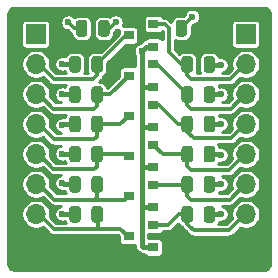
<source format=gbr>
G04 #@! TF.GenerationSoftware,KiCad,Pcbnew,(5.1.9)-1*
G04 #@! TF.CreationDate,2021-04-25T10:49:25+05:30*
G04 #@! TF.ProjectId,LOGIC LEVEL SHIFTER,4c4f4749-4320-44c4-9556-454c20534849,rev?*
G04 #@! TF.SameCoordinates,Original*
G04 #@! TF.FileFunction,Copper,L1,Top*
G04 #@! TF.FilePolarity,Positive*
%FSLAX46Y46*%
G04 Gerber Fmt 4.6, Leading zero omitted, Abs format (unit mm)*
G04 Created by KiCad (PCBNEW (5.1.9)-1) date 2021-04-25 10:49:25*
%MOMM*%
%LPD*%
G01*
G04 APERTURE LIST*
G04 #@! TA.AperFunction,SMDPad,CuDef*
%ADD10R,0.899160X0.797560*%
G04 #@! TD*
G04 #@! TA.AperFunction,ComponentPad*
%ADD11R,1.700000X1.700000*%
G04 #@! TD*
G04 #@! TA.AperFunction,ComponentPad*
%ADD12O,1.700000X1.700000*%
G04 #@! TD*
G04 #@! TA.AperFunction,ViaPad*
%ADD13C,0.600000*%
G04 #@! TD*
G04 #@! TA.AperFunction,Conductor*
%ADD14C,0.300000*%
G04 #@! TD*
G04 #@! TA.AperFunction,Conductor*
%ADD15C,0.400000*%
G04 #@! TD*
G04 #@! TA.AperFunction,Conductor*
%ADD16C,0.254000*%
G04 #@! TD*
G04 #@! TA.AperFunction,Conductor*
%ADD17C,0.100000*%
G04 #@! TD*
G04 APERTURE END LIST*
G04 #@! TA.AperFunction,SMDPad,CuDef*
G36*
G01*
X4612500Y806250D02*
X4612500Y-106250D01*
G75*
G02*
X4368750Y-350000I-243750J0D01*
G01*
X3881250Y-350000D01*
G75*
G02*
X3637500Y-106250I0J243750D01*
G01*
X3637500Y806250D01*
G75*
G02*
X3881250Y1050000I243750J0D01*
G01*
X4368750Y1050000D01*
G75*
G02*
X4612500Y806250I0J-243750D01*
G01*
G37*
G04 #@! TD.AperFunction*
G04 #@! TA.AperFunction,SMDPad,CuDef*
G36*
G01*
X6487500Y806250D02*
X6487500Y-106250D01*
G75*
G02*
X6243750Y-350000I-243750J0D01*
G01*
X5756250Y-350000D01*
G75*
G02*
X5512500Y-106250I0J243750D01*
G01*
X5512500Y806250D01*
G75*
G02*
X5756250Y1050000I243750J0D01*
G01*
X6243750Y1050000D01*
G75*
G02*
X6487500Y806250I0J-243750D01*
G01*
G37*
G04 #@! TD.AperFunction*
G04 #@! TA.AperFunction,SMDPad,CuDef*
G36*
G01*
X3075000Y-15856250D02*
X3075000Y-14943750D01*
G75*
G02*
X3318750Y-14700000I243750J0D01*
G01*
X3806250Y-14700000D01*
G75*
G02*
X4050000Y-14943750I0J-243750D01*
G01*
X4050000Y-15856250D01*
G75*
G02*
X3806250Y-16100000I-243750J0D01*
G01*
X3318750Y-16100000D01*
G75*
G02*
X3075000Y-15856250I0J243750D01*
G01*
G37*
G04 #@! TD.AperFunction*
G04 #@! TA.AperFunction,SMDPad,CuDef*
G36*
G01*
X4950000Y-15856250D02*
X4950000Y-14943750D01*
G75*
G02*
X5193750Y-14700000I243750J0D01*
G01*
X5681250Y-14700000D01*
G75*
G02*
X5925000Y-14943750I0J-243750D01*
G01*
X5925000Y-15856250D01*
G75*
G02*
X5681250Y-16100000I-243750J0D01*
G01*
X5193750Y-16100000D01*
G75*
G02*
X4950000Y-15856250I0J243750D01*
G01*
G37*
G04 #@! TD.AperFunction*
G04 #@! TA.AperFunction,SMDPad,CuDef*
G36*
G01*
X4950000Y-10756250D02*
X4950000Y-9843750D01*
G75*
G02*
X5193750Y-9600000I243750J0D01*
G01*
X5681250Y-9600000D01*
G75*
G02*
X5925000Y-9843750I0J-243750D01*
G01*
X5925000Y-10756250D01*
G75*
G02*
X5681250Y-11000000I-243750J0D01*
G01*
X5193750Y-11000000D01*
G75*
G02*
X4950000Y-10756250I0J243750D01*
G01*
G37*
G04 #@! TD.AperFunction*
G04 #@! TA.AperFunction,SMDPad,CuDef*
G36*
G01*
X3075000Y-10756250D02*
X3075000Y-9843750D01*
G75*
G02*
X3318750Y-9600000I243750J0D01*
G01*
X3806250Y-9600000D01*
G75*
G02*
X4050000Y-9843750I0J-243750D01*
G01*
X4050000Y-10756250D01*
G75*
G02*
X3806250Y-11000000I-243750J0D01*
G01*
X3318750Y-11000000D01*
G75*
G02*
X3075000Y-10756250I0J243750D01*
G01*
G37*
G04 #@! TD.AperFunction*
G04 #@! TA.AperFunction,SMDPad,CuDef*
G36*
G01*
X4950000Y-5706250D02*
X4950000Y-4793750D01*
G75*
G02*
X5193750Y-4550000I243750J0D01*
G01*
X5681250Y-4550000D01*
G75*
G02*
X5925000Y-4793750I0J-243750D01*
G01*
X5925000Y-5706250D01*
G75*
G02*
X5681250Y-5950000I-243750J0D01*
G01*
X5193750Y-5950000D01*
G75*
G02*
X4950000Y-5706250I0J243750D01*
G01*
G37*
G04 #@! TD.AperFunction*
G04 #@! TA.AperFunction,SMDPad,CuDef*
G36*
G01*
X3075000Y-5706250D02*
X3075000Y-4793750D01*
G75*
G02*
X3318750Y-4550000I243750J0D01*
G01*
X3806250Y-4550000D01*
G75*
G02*
X4050000Y-4793750I0J-243750D01*
G01*
X4050000Y-5706250D01*
G75*
G02*
X3806250Y-5950000I-243750J0D01*
G01*
X3318750Y-5950000D01*
G75*
G02*
X3075000Y-5706250I0J243750D01*
G01*
G37*
G04 #@! TD.AperFunction*
G04 #@! TA.AperFunction,SMDPad,CuDef*
G36*
G01*
X14450000Y-15856250D02*
X14450000Y-14943750D01*
G75*
G02*
X14693750Y-14700000I243750J0D01*
G01*
X15181250Y-14700000D01*
G75*
G02*
X15425000Y-14943750I0J-243750D01*
G01*
X15425000Y-15856250D01*
G75*
G02*
X15181250Y-16100000I-243750J0D01*
G01*
X14693750Y-16100000D01*
G75*
G02*
X14450000Y-15856250I0J243750D01*
G01*
G37*
G04 #@! TD.AperFunction*
G04 #@! TA.AperFunction,SMDPad,CuDef*
G36*
G01*
X12575000Y-15856250D02*
X12575000Y-14943750D01*
G75*
G02*
X12818750Y-14700000I243750J0D01*
G01*
X13306250Y-14700000D01*
G75*
G02*
X13550000Y-14943750I0J-243750D01*
G01*
X13550000Y-15856250D01*
G75*
G02*
X13306250Y-16100000I-243750J0D01*
G01*
X12818750Y-16100000D01*
G75*
G02*
X12575000Y-15856250I0J243750D01*
G01*
G37*
G04 #@! TD.AperFunction*
G04 #@! TA.AperFunction,SMDPad,CuDef*
G36*
G01*
X14450000Y-10756250D02*
X14450000Y-9843750D01*
G75*
G02*
X14693750Y-9600000I243750J0D01*
G01*
X15181250Y-9600000D01*
G75*
G02*
X15425000Y-9843750I0J-243750D01*
G01*
X15425000Y-10756250D01*
G75*
G02*
X15181250Y-11000000I-243750J0D01*
G01*
X14693750Y-11000000D01*
G75*
G02*
X14450000Y-10756250I0J243750D01*
G01*
G37*
G04 #@! TD.AperFunction*
G04 #@! TA.AperFunction,SMDPad,CuDef*
G36*
G01*
X12575000Y-10756250D02*
X12575000Y-9843750D01*
G75*
G02*
X12818750Y-9600000I243750J0D01*
G01*
X13306250Y-9600000D01*
G75*
G02*
X13550000Y-9843750I0J-243750D01*
G01*
X13550000Y-10756250D01*
G75*
G02*
X13306250Y-11000000I-243750J0D01*
G01*
X12818750Y-11000000D01*
G75*
G02*
X12575000Y-10756250I0J243750D01*
G01*
G37*
G04 #@! TD.AperFunction*
G04 #@! TA.AperFunction,SMDPad,CuDef*
G36*
G01*
X14450000Y-5706250D02*
X14450000Y-4793750D01*
G75*
G02*
X14693750Y-4550000I243750J0D01*
G01*
X15181250Y-4550000D01*
G75*
G02*
X15425000Y-4793750I0J-243750D01*
G01*
X15425000Y-5706250D01*
G75*
G02*
X15181250Y-5950000I-243750J0D01*
G01*
X14693750Y-5950000D01*
G75*
G02*
X14450000Y-5706250I0J243750D01*
G01*
G37*
G04 #@! TD.AperFunction*
G04 #@! TA.AperFunction,SMDPad,CuDef*
G36*
G01*
X12575000Y-5706250D02*
X12575000Y-4793750D01*
G75*
G02*
X12818750Y-4550000I243750J0D01*
G01*
X13306250Y-4550000D01*
G75*
G02*
X13550000Y-4793750I0J-243750D01*
G01*
X13550000Y-5706250D01*
G75*
G02*
X13306250Y-5950000I-243750J0D01*
G01*
X12818750Y-5950000D01*
G75*
G02*
X12575000Y-5706250I0J243750D01*
G01*
G37*
G04 #@! TD.AperFunction*
G04 #@! TA.AperFunction,SMDPad,CuDef*
G36*
G01*
X4950000Y-13306250D02*
X4950000Y-12393750D01*
G75*
G02*
X5193750Y-12150000I243750J0D01*
G01*
X5681250Y-12150000D01*
G75*
G02*
X5925000Y-12393750I0J-243750D01*
G01*
X5925000Y-13306250D01*
G75*
G02*
X5681250Y-13550000I-243750J0D01*
G01*
X5193750Y-13550000D01*
G75*
G02*
X4950000Y-13306250I0J243750D01*
G01*
G37*
G04 #@! TD.AperFunction*
G04 #@! TA.AperFunction,SMDPad,CuDef*
G36*
G01*
X3075000Y-13306250D02*
X3075000Y-12393750D01*
G75*
G02*
X3318750Y-12150000I243750J0D01*
G01*
X3806250Y-12150000D01*
G75*
G02*
X4050000Y-12393750I0J-243750D01*
G01*
X4050000Y-13306250D01*
G75*
G02*
X3806250Y-13550000I-243750J0D01*
G01*
X3318750Y-13550000D01*
G75*
G02*
X3075000Y-13306250I0J243750D01*
G01*
G37*
G04 #@! TD.AperFunction*
G04 #@! TA.AperFunction,SMDPad,CuDef*
G36*
G01*
X4950000Y-8206250D02*
X4950000Y-7293750D01*
G75*
G02*
X5193750Y-7050000I243750J0D01*
G01*
X5681250Y-7050000D01*
G75*
G02*
X5925000Y-7293750I0J-243750D01*
G01*
X5925000Y-8206250D01*
G75*
G02*
X5681250Y-8450000I-243750J0D01*
G01*
X5193750Y-8450000D01*
G75*
G02*
X4950000Y-8206250I0J243750D01*
G01*
G37*
G04 #@! TD.AperFunction*
G04 #@! TA.AperFunction,SMDPad,CuDef*
G36*
G01*
X3075000Y-8206250D02*
X3075000Y-7293750D01*
G75*
G02*
X3318750Y-7050000I243750J0D01*
G01*
X3806250Y-7050000D01*
G75*
G02*
X4050000Y-7293750I0J-243750D01*
G01*
X4050000Y-8206250D01*
G75*
G02*
X3806250Y-8450000I-243750J0D01*
G01*
X3318750Y-8450000D01*
G75*
G02*
X3075000Y-8206250I0J243750D01*
G01*
G37*
G04 #@! TD.AperFunction*
G04 #@! TA.AperFunction,SMDPad,CuDef*
G36*
G01*
X4950000Y-3156250D02*
X4950000Y-2243750D01*
G75*
G02*
X5193750Y-2000000I243750J0D01*
G01*
X5681250Y-2000000D01*
G75*
G02*
X5925000Y-2243750I0J-243750D01*
G01*
X5925000Y-3156250D01*
G75*
G02*
X5681250Y-3400000I-243750J0D01*
G01*
X5193750Y-3400000D01*
G75*
G02*
X4950000Y-3156250I0J243750D01*
G01*
G37*
G04 #@! TD.AperFunction*
G04 #@! TA.AperFunction,SMDPad,CuDef*
G36*
G01*
X3075000Y-3156250D02*
X3075000Y-2243750D01*
G75*
G02*
X3318750Y-2000000I243750J0D01*
G01*
X3806250Y-2000000D01*
G75*
G02*
X4050000Y-2243750I0J-243750D01*
G01*
X4050000Y-3156250D01*
G75*
G02*
X3806250Y-3400000I-243750J0D01*
G01*
X3318750Y-3400000D01*
G75*
G02*
X3075000Y-3156250I0J243750D01*
G01*
G37*
G04 #@! TD.AperFunction*
G04 #@! TA.AperFunction,SMDPad,CuDef*
G36*
G01*
X14450000Y-13306250D02*
X14450000Y-12393750D01*
G75*
G02*
X14693750Y-12150000I243750J0D01*
G01*
X15181250Y-12150000D01*
G75*
G02*
X15425000Y-12393750I0J-243750D01*
G01*
X15425000Y-13306250D01*
G75*
G02*
X15181250Y-13550000I-243750J0D01*
G01*
X14693750Y-13550000D01*
G75*
G02*
X14450000Y-13306250I0J243750D01*
G01*
G37*
G04 #@! TD.AperFunction*
G04 #@! TA.AperFunction,SMDPad,CuDef*
G36*
G01*
X12575000Y-13306250D02*
X12575000Y-12393750D01*
G75*
G02*
X12818750Y-12150000I243750J0D01*
G01*
X13306250Y-12150000D01*
G75*
G02*
X13550000Y-12393750I0J-243750D01*
G01*
X13550000Y-13306250D01*
G75*
G02*
X13306250Y-13550000I-243750J0D01*
G01*
X12818750Y-13550000D01*
G75*
G02*
X12575000Y-13306250I0J243750D01*
G01*
G37*
G04 #@! TD.AperFunction*
G04 #@! TA.AperFunction,SMDPad,CuDef*
G36*
G01*
X14450000Y-8206250D02*
X14450000Y-7293750D01*
G75*
G02*
X14693750Y-7050000I243750J0D01*
G01*
X15181250Y-7050000D01*
G75*
G02*
X15425000Y-7293750I0J-243750D01*
G01*
X15425000Y-8206250D01*
G75*
G02*
X15181250Y-8450000I-243750J0D01*
G01*
X14693750Y-8450000D01*
G75*
G02*
X14450000Y-8206250I0J243750D01*
G01*
G37*
G04 #@! TD.AperFunction*
G04 #@! TA.AperFunction,SMDPad,CuDef*
G36*
G01*
X12575000Y-8206250D02*
X12575000Y-7293750D01*
G75*
G02*
X12818750Y-7050000I243750J0D01*
G01*
X13306250Y-7050000D01*
G75*
G02*
X13550000Y-7293750I0J-243750D01*
G01*
X13550000Y-8206250D01*
G75*
G02*
X13306250Y-8450000I-243750J0D01*
G01*
X12818750Y-8450000D01*
G75*
G02*
X12575000Y-8206250I0J243750D01*
G01*
G37*
G04 #@! TD.AperFunction*
G04 #@! TA.AperFunction,SMDPad,CuDef*
G36*
G01*
X14450000Y-3156250D02*
X14450000Y-2243750D01*
G75*
G02*
X14693750Y-2000000I243750J0D01*
G01*
X15181250Y-2000000D01*
G75*
G02*
X15425000Y-2243750I0J-243750D01*
G01*
X15425000Y-3156250D01*
G75*
G02*
X15181250Y-3400000I-243750J0D01*
G01*
X14693750Y-3400000D01*
G75*
G02*
X14450000Y-3156250I0J243750D01*
G01*
G37*
G04 #@! TD.AperFunction*
G04 #@! TA.AperFunction,SMDPad,CuDef*
G36*
G01*
X12575000Y-3156250D02*
X12575000Y-2243750D01*
G75*
G02*
X12818750Y-2000000I243750J0D01*
G01*
X13306250Y-2000000D01*
G75*
G02*
X13550000Y-2243750I0J-243750D01*
G01*
X13550000Y-3156250D01*
G75*
G02*
X13306250Y-3400000I-243750J0D01*
G01*
X12818750Y-3400000D01*
G75*
G02*
X12575000Y-3156250I0J243750D01*
G01*
G37*
G04 #@! TD.AperFunction*
D10*
X8110180Y-17250000D03*
X10208220Y-16300040D03*
X10208220Y-18199960D03*
X8110180Y-10450000D03*
X10208220Y-9500040D03*
X10208220Y-11399960D03*
X8110180Y-3650000D03*
X10208220Y-2700040D03*
X10208220Y-4599960D03*
X8110180Y-13850000D03*
X10208220Y-12900040D03*
X10208220Y-14799960D03*
X8110180Y-7050000D03*
X10208220Y-6100040D03*
X10208220Y-7999960D03*
X8110180Y-250000D03*
X10208220Y699960D03*
X10208220Y-1199960D03*
D11*
X18030000Y-150000D03*
D12*
X18030000Y-2690000D03*
X18030000Y-5230000D03*
X18030000Y-7770000D03*
X18030000Y-10310000D03*
X18030000Y-12850000D03*
X18030000Y-15390000D03*
X18030000Y-17930000D03*
X250000Y-17930000D03*
X250000Y-15390000D03*
X250000Y-12850000D03*
X250000Y-10310000D03*
X250000Y-7770000D03*
X250000Y-5230000D03*
X250000Y-2690000D03*
D11*
X250000Y-150000D03*
G04 #@! TA.AperFunction,SMDPad,CuDef*
G36*
G01*
X13050000Y806250D02*
X13050000Y-106250D01*
G75*
G02*
X12806250Y-350000I-243750J0D01*
G01*
X12318750Y-350000D01*
G75*
G02*
X12075000Y-106250I0J243750D01*
G01*
X12075000Y806250D01*
G75*
G02*
X12318750Y1050000I243750J0D01*
G01*
X12806250Y1050000D01*
G75*
G02*
X13050000Y806250I0J-243750D01*
G01*
G37*
G04 #@! TD.AperFunction*
G04 #@! TA.AperFunction,SMDPad,CuDef*
G36*
G01*
X14925000Y806250D02*
X14925000Y-106250D01*
G75*
G02*
X14681250Y-350000I-243750J0D01*
G01*
X14193750Y-350000D01*
G75*
G02*
X13950000Y-106250I0J243750D01*
G01*
X13950000Y806250D01*
G75*
G02*
X14193750Y1050000I243750J0D01*
G01*
X14681250Y1050000D01*
G75*
G02*
X14925000Y806250I0J-243750D01*
G01*
G37*
G04 #@! TD.AperFunction*
D13*
X3000000Y850000D03*
X15500000Y850000D03*
X7000000Y850000D03*
X13500000Y1350000D03*
X2500000Y-2650000D03*
X2500000Y-15350000D03*
X2500000Y-12750000D03*
X2500000Y-10250000D03*
X2500000Y-7850000D03*
X2500000Y-5250000D03*
X15900000Y-15350000D03*
X15900000Y-2750000D03*
X15900000Y-5250000D03*
X15900000Y-7750000D03*
X15900000Y-10350000D03*
X15900000Y-12850000D03*
X9200000Y-1550000D03*
D14*
X3500000Y350000D02*
X3000000Y850000D01*
X4125000Y350000D02*
X3500000Y350000D01*
X15000000Y350000D02*
X15500000Y850000D01*
X14437500Y350000D02*
X15000000Y350000D01*
X12562500Y350000D02*
X12562500Y412500D01*
X12562500Y412500D02*
X13500000Y1350000D01*
X6000000Y350000D02*
X6500000Y350000D01*
X6500000Y350000D02*
X7000000Y850000D01*
X5400000Y-16650000D02*
X5500000Y-16550000D01*
X5500000Y-15462500D02*
X5437500Y-15400000D01*
X5500000Y-16550000D02*
X5500000Y-15462500D01*
X7410180Y-16650000D02*
X8010180Y-17250000D01*
X4800000Y-16650000D02*
X7410180Y-16650000D01*
X4800000Y-16650000D02*
X5400000Y-16650000D01*
X1760000Y-16650000D02*
X4800000Y-16650000D01*
X500000Y-15390000D02*
X1760000Y-16650000D01*
X5437500Y-13912500D02*
X5437500Y-12850000D01*
X7910180Y-14050000D02*
X8110180Y-13850000D01*
X500000Y-12850000D02*
X1800000Y-14150000D01*
X5200000Y-14150000D02*
X5437500Y-13912500D01*
X7810180Y-14150000D02*
X8110180Y-13850000D01*
X4800000Y-14150000D02*
X7810180Y-14150000D01*
X1800000Y-14150000D02*
X4800000Y-14150000D01*
X4800000Y-14150000D02*
X5200000Y-14150000D01*
X7960180Y-10300000D02*
X8110180Y-10450000D01*
X5437500Y-10300000D02*
X7960180Y-10300000D01*
X500000Y-10310000D02*
X1740000Y-11550000D01*
X1740000Y-11550000D02*
X5200000Y-11550000D01*
X5200000Y-11550000D02*
X5400000Y-11350000D01*
X5400000Y-10337500D02*
X5437500Y-10300000D01*
X5400000Y-11350000D02*
X5400000Y-10337500D01*
X7410180Y-7750000D02*
X8110180Y-7050000D01*
X5437500Y-7750000D02*
X7410180Y-7750000D01*
X500000Y-7770000D02*
X1780000Y-9050000D01*
X1780000Y-9050000D02*
X5200000Y-9050000D01*
X5437500Y-8812500D02*
X5437500Y-7750000D01*
X5200000Y-9050000D02*
X5437500Y-8812500D01*
X6510180Y-5250000D02*
X8110180Y-3650000D01*
X5437500Y-5250000D02*
X6510180Y-5250000D01*
X500000Y-5230000D02*
X1720000Y-6450000D01*
X1720000Y-6450000D02*
X5200000Y-6450000D01*
X5437500Y-6212500D02*
X5437500Y-5250000D01*
X5200000Y-6450000D02*
X5437500Y-6212500D01*
X7887500Y-250000D02*
X8110180Y-250000D01*
X5437500Y-2700000D02*
X7887500Y-250000D01*
X500000Y-2690000D02*
X1760000Y-3950000D01*
X4900000Y-3950000D02*
X5100000Y-3950000D01*
X1760000Y-3950000D02*
X4900000Y-3950000D01*
X5437500Y-3612500D02*
X5437500Y-2700000D01*
X5100000Y-3950000D02*
X5437500Y-3612500D01*
D15*
X2550000Y-2700000D02*
X2500000Y-2650000D01*
X3562500Y-2700000D02*
X2550000Y-2700000D01*
X3512500Y-15350000D02*
X3562500Y-15400000D01*
X2500000Y-15350000D02*
X3512500Y-15350000D01*
X3562500Y-12850000D02*
X2600000Y-12850000D01*
X2600000Y-12850000D02*
X2500000Y-12750000D01*
X2550000Y-10300000D02*
X2500000Y-10250000D01*
X3562500Y-10300000D02*
X2550000Y-10300000D01*
X2600000Y-7750000D02*
X2500000Y-7850000D01*
X3562500Y-7750000D02*
X2600000Y-7750000D01*
X3562500Y-5250000D02*
X2500000Y-5250000D01*
D14*
X17960000Y-15390000D02*
X16600000Y-16750000D01*
X13900000Y-16750000D02*
X13600000Y-16750000D01*
X16600000Y-16750000D02*
X13900000Y-16750000D01*
X13062500Y-16212500D02*
X13062500Y-15400000D01*
X13150040Y-16300040D02*
X13300000Y-16450000D01*
X13300000Y-16450000D02*
X13062500Y-16212500D01*
X13600000Y-16750000D02*
X13300000Y-16450000D01*
X10208220Y-16300040D02*
X11449960Y-16300040D01*
X12350000Y-15400000D02*
X13062500Y-15400000D01*
X11449960Y-16300040D02*
X12350000Y-15400000D01*
X13012460Y-12900040D02*
X13062500Y-12850000D01*
X10208220Y-12900040D02*
X13012460Y-12900040D01*
X17960000Y-12850000D02*
X16660000Y-14150000D01*
X16660000Y-14150000D02*
X13400000Y-14150000D01*
X13062500Y-13812500D02*
X13062500Y-12850000D01*
X13400000Y-14150000D02*
X13062500Y-13812500D01*
X11008180Y-10300000D02*
X10208220Y-9500040D01*
X13062500Y-10300000D02*
X11008180Y-10300000D01*
X17960000Y-10310000D02*
X16620000Y-11650000D01*
X16620000Y-11650000D02*
X13400000Y-11650000D01*
X13062500Y-11312500D02*
X13062500Y-10300000D01*
X13400000Y-11650000D02*
X13062500Y-11312500D01*
X10208220Y-6100040D02*
X10650040Y-6100040D01*
X12300000Y-7750000D02*
X13062500Y-7750000D01*
X10650040Y-6100040D02*
X12300000Y-7750000D01*
X17960000Y-7770000D02*
X16780000Y-8950000D01*
X16780000Y-8950000D02*
X13600000Y-8950000D01*
X13062500Y-8412500D02*
X13062500Y-7750000D01*
X13600000Y-8950000D02*
X13062500Y-8412500D01*
X10512540Y-2700040D02*
X10208220Y-2700040D01*
X13062500Y-5250000D02*
X10512540Y-2700040D01*
X17960000Y-5230000D02*
X16740000Y-6450000D01*
X16740000Y-6450000D02*
X13400000Y-6450000D01*
X13062500Y-6112500D02*
X13062500Y-5250000D01*
X13400000Y-6450000D02*
X13062500Y-6112500D01*
X17960000Y-2690000D02*
X16700000Y-3950000D01*
X16700000Y-3950000D02*
X13400000Y-3950000D01*
X13062500Y-3612500D02*
X13062500Y-2700000D01*
X13400000Y-3950000D02*
X13062500Y-3612500D01*
X12550000Y-2700000D02*
X11500000Y-1650000D01*
X11500000Y-1650000D02*
X11500000Y350000D01*
X11150040Y699960D02*
X10208220Y699960D01*
X11500000Y350000D02*
X11150040Y699960D01*
X12550000Y-2700000D02*
X13062500Y-2700000D01*
D15*
X9349960Y-18199960D02*
X10108220Y-18199960D01*
X9200000Y-18050000D02*
X9349960Y-18199960D01*
X9250040Y-14799960D02*
X9200000Y-14850000D01*
X10208220Y-14799960D02*
X9250040Y-14799960D01*
X9200000Y-14850000D02*
X9200000Y-18050000D01*
X9249960Y-11399960D02*
X9200000Y-11350000D01*
X10208220Y-11399960D02*
X9249960Y-11399960D01*
X9200000Y-11350000D02*
X9200000Y-14850000D01*
X9249960Y-7999960D02*
X9200000Y-7950000D01*
X10208220Y-7999960D02*
X9249960Y-7999960D01*
X9200000Y-7950000D02*
X9200000Y-11350000D01*
X9250040Y-4599960D02*
X9200000Y-4650000D01*
X10208220Y-4599960D02*
X9250040Y-4599960D01*
X9200000Y-4650000D02*
X9200000Y-7950000D01*
X9200000Y-1550000D02*
X9200000Y-4650000D01*
X15850000Y-15400000D02*
X15900000Y-15350000D01*
X14937500Y-15400000D02*
X15850000Y-15400000D01*
X14987500Y-2750000D02*
X14937500Y-2700000D01*
X15900000Y-2750000D02*
X14987500Y-2750000D01*
X14937500Y-5250000D02*
X15900000Y-5250000D01*
X14937500Y-7750000D02*
X15900000Y-7750000D01*
X15850000Y-10300000D02*
X15900000Y-10350000D01*
X14937500Y-10300000D02*
X15850000Y-10300000D01*
X14937500Y-12850000D02*
X15900000Y-12850000D01*
X9550040Y-1199960D02*
X9200000Y-1550000D01*
X10208220Y-1199960D02*
X9550040Y-1199960D01*
D16*
X19615773Y2084721D02*
X19727148Y2051095D01*
X19829859Y1996482D01*
X19920014Y1922954D01*
X19994168Y1833318D01*
X20049497Y1730989D01*
X20083897Y1619859D01*
X20098000Y1485682D01*
X20098001Y-19480333D01*
X20084720Y-19615776D01*
X20051095Y-19727146D01*
X19996482Y-19829860D01*
X19922954Y-19920014D01*
X19833318Y-19994168D01*
X19730989Y-20049497D01*
X19619859Y-20083897D01*
X19485681Y-20098000D01*
X-1480343Y-20098000D01*
X-1615776Y-20084720D01*
X-1727146Y-20051095D01*
X-1829860Y-19996482D01*
X-1920014Y-19922954D01*
X-1994168Y-19833318D01*
X-2049497Y-19730989D01*
X-2083897Y-19619859D01*
X-2098000Y-19485681D01*
X-2098000Y-2569151D01*
X-977000Y-2569151D01*
X-977000Y-2810849D01*
X-929847Y-3047903D01*
X-837353Y-3271202D01*
X-703073Y-3472167D01*
X-532167Y-3643073D01*
X-331202Y-3777353D01*
X-107903Y-3869847D01*
X129151Y-3917000D01*
X370849Y-3917000D01*
X607903Y-3869847D01*
X831202Y-3777353D01*
X837713Y-3773003D01*
X1369049Y-4304339D01*
X1385552Y-4324448D01*
X1450908Y-4378084D01*
X1465798Y-4390304D01*
X1557350Y-4439239D01*
X1656690Y-4469374D01*
X1759999Y-4479549D01*
X1785880Y-4477000D01*
X2785527Y-4477000D01*
X2743567Y-4555501D01*
X2726695Y-4611120D01*
X2697474Y-4599016D01*
X2566679Y-4573000D01*
X2433321Y-4573000D01*
X2302526Y-4599016D01*
X2179320Y-4650050D01*
X2068437Y-4724140D01*
X1974140Y-4818437D01*
X1900050Y-4929320D01*
X1849016Y-5052526D01*
X1823000Y-5183321D01*
X1823000Y-5316679D01*
X1849016Y-5447474D01*
X1900050Y-5570680D01*
X1974140Y-5681563D01*
X2068437Y-5775860D01*
X2179320Y-5849950D01*
X2302526Y-5900984D01*
X2413211Y-5923000D01*
X1938291Y-5923000D01*
X1458607Y-5443317D01*
X1477000Y-5350849D01*
X1477000Y-5109151D01*
X1429847Y-4872097D01*
X1337353Y-4648798D01*
X1203073Y-4447833D01*
X1032167Y-4276927D01*
X831202Y-4142647D01*
X607903Y-4050153D01*
X370849Y-4003000D01*
X129151Y-4003000D01*
X-107903Y-4050153D01*
X-331202Y-4142647D01*
X-532167Y-4276927D01*
X-703073Y-4447833D01*
X-837353Y-4648798D01*
X-929847Y-4872097D01*
X-977000Y-5109151D01*
X-977000Y-5350849D01*
X-929847Y-5587903D01*
X-837353Y-5811202D01*
X-703073Y-6012167D01*
X-532167Y-6183073D01*
X-331202Y-6317353D01*
X-107903Y-6409847D01*
X129151Y-6457000D01*
X370849Y-6457000D01*
X607903Y-6409847D01*
X831202Y-6317353D01*
X837713Y-6313003D01*
X1329053Y-6804344D01*
X1345552Y-6824448D01*
X1425798Y-6890304D01*
X1517350Y-6939239D01*
X1616690Y-6969374D01*
X1720000Y-6979549D01*
X1745881Y-6977000D01*
X2785527Y-6977000D01*
X2743567Y-7055501D01*
X2708139Y-7172292D01*
X2708069Y-7173000D01*
X2628328Y-7173000D01*
X2599999Y-7170210D01*
X2571671Y-7173000D01*
X2571664Y-7173000D01*
X2568330Y-7173328D01*
X2566679Y-7173000D01*
X2433321Y-7173000D01*
X2302526Y-7199016D01*
X2179320Y-7250050D01*
X2068437Y-7324140D01*
X1974140Y-7418437D01*
X1900050Y-7529320D01*
X1849016Y-7652526D01*
X1823000Y-7783321D01*
X1823000Y-7916679D01*
X1849016Y-8047474D01*
X1900050Y-8170680D01*
X1974140Y-8281563D01*
X2068437Y-8375860D01*
X2179320Y-8449950D01*
X2302526Y-8500984D01*
X2413211Y-8523000D01*
X1998290Y-8523000D01*
X1458607Y-7983317D01*
X1477000Y-7890849D01*
X1477000Y-7649151D01*
X1429847Y-7412097D01*
X1337353Y-7188798D01*
X1203073Y-6987833D01*
X1032167Y-6816927D01*
X831202Y-6682647D01*
X607903Y-6590153D01*
X370849Y-6543000D01*
X129151Y-6543000D01*
X-107903Y-6590153D01*
X-331202Y-6682647D01*
X-532167Y-6816927D01*
X-703073Y-6987833D01*
X-837353Y-7188798D01*
X-929847Y-7412097D01*
X-977000Y-7649151D01*
X-977000Y-7890849D01*
X-929847Y-8127903D01*
X-837353Y-8351202D01*
X-703073Y-8552167D01*
X-532167Y-8723073D01*
X-331202Y-8857353D01*
X-107903Y-8949847D01*
X129151Y-8997000D01*
X370849Y-8997000D01*
X607903Y-8949847D01*
X831202Y-8857353D01*
X837713Y-8853003D01*
X1389049Y-9404339D01*
X1405552Y-9424448D01*
X1485798Y-9490304D01*
X1577350Y-9539239D01*
X1676690Y-9569374D01*
X1754119Y-9577000D01*
X1754121Y-9577000D01*
X1779999Y-9579549D01*
X1805877Y-9577000D01*
X2413211Y-9577000D01*
X2302526Y-9599016D01*
X2179320Y-9650050D01*
X2068437Y-9724140D01*
X1974140Y-9818437D01*
X1900050Y-9929320D01*
X1849016Y-10052526D01*
X1823000Y-10183321D01*
X1823000Y-10316679D01*
X1849016Y-10447474D01*
X1900050Y-10570680D01*
X1974140Y-10681563D01*
X2068437Y-10775860D01*
X2179320Y-10849950D01*
X2302526Y-10900984D01*
X2433321Y-10927000D01*
X2566679Y-10927000D01*
X2697474Y-10900984D01*
X2713221Y-10894461D01*
X2743567Y-10994499D01*
X2758801Y-11023000D01*
X1958291Y-11023000D01*
X1458607Y-10523317D01*
X1477000Y-10430849D01*
X1477000Y-10189151D01*
X1429847Y-9952097D01*
X1337353Y-9728798D01*
X1203073Y-9527833D01*
X1032167Y-9356927D01*
X831202Y-9222647D01*
X607903Y-9130153D01*
X370849Y-9083000D01*
X129151Y-9083000D01*
X-107903Y-9130153D01*
X-331202Y-9222647D01*
X-532167Y-9356927D01*
X-703073Y-9527833D01*
X-837353Y-9728798D01*
X-929847Y-9952097D01*
X-977000Y-10189151D01*
X-977000Y-10430849D01*
X-929847Y-10667903D01*
X-837353Y-10891202D01*
X-703073Y-11092167D01*
X-532167Y-11263073D01*
X-331202Y-11397353D01*
X-107903Y-11489847D01*
X129151Y-11537000D01*
X370849Y-11537000D01*
X607903Y-11489847D01*
X831202Y-11397353D01*
X837713Y-11393003D01*
X1349053Y-11904344D01*
X1365552Y-11924448D01*
X1445798Y-11990304D01*
X1537350Y-12039239D01*
X1627575Y-12066609D01*
X1636690Y-12069374D01*
X1740000Y-12079549D01*
X1765881Y-12077000D01*
X2413211Y-12077000D01*
X2302526Y-12099016D01*
X2179320Y-12150050D01*
X2068437Y-12224140D01*
X1974140Y-12318437D01*
X1900050Y-12429320D01*
X1849016Y-12552526D01*
X1823000Y-12683321D01*
X1823000Y-12816679D01*
X1849016Y-12947474D01*
X1900050Y-13070680D01*
X1974140Y-13181563D01*
X2068437Y-13275860D01*
X2179320Y-13349950D01*
X2302526Y-13400984D01*
X2433321Y-13427000D01*
X2566679Y-13427000D01*
X2568330Y-13426672D01*
X2571664Y-13427000D01*
X2571671Y-13427000D01*
X2599999Y-13429790D01*
X2628328Y-13427000D01*
X2708069Y-13427000D01*
X2708139Y-13427708D01*
X2743567Y-13544499D01*
X2785527Y-13623000D01*
X2018291Y-13623000D01*
X1458607Y-13063317D01*
X1477000Y-12970849D01*
X1477000Y-12729151D01*
X1429847Y-12492097D01*
X1337353Y-12268798D01*
X1203073Y-12067833D01*
X1032167Y-11896927D01*
X831202Y-11762647D01*
X607903Y-11670153D01*
X370849Y-11623000D01*
X129151Y-11623000D01*
X-107903Y-11670153D01*
X-331202Y-11762647D01*
X-532167Y-11896927D01*
X-703073Y-12067833D01*
X-837353Y-12268798D01*
X-929847Y-12492097D01*
X-977000Y-12729151D01*
X-977000Y-12970849D01*
X-929847Y-13207903D01*
X-837353Y-13431202D01*
X-703073Y-13632167D01*
X-532167Y-13803073D01*
X-331202Y-13937353D01*
X-107903Y-14029847D01*
X129151Y-14077000D01*
X370849Y-14077000D01*
X607903Y-14029847D01*
X831202Y-13937353D01*
X837713Y-13933003D01*
X1409053Y-14504344D01*
X1425552Y-14524448D01*
X1505798Y-14590304D01*
X1597350Y-14639239D01*
X1696690Y-14669374D01*
X1800000Y-14679549D01*
X1825881Y-14677000D01*
X2413211Y-14677000D01*
X2302526Y-14699016D01*
X2179320Y-14750050D01*
X2068437Y-14824140D01*
X1974140Y-14918437D01*
X1900050Y-15029320D01*
X1849016Y-15152526D01*
X1823000Y-15283321D01*
X1823000Y-15416679D01*
X1849016Y-15547474D01*
X1900050Y-15670680D01*
X1974140Y-15781563D01*
X2068437Y-15875860D01*
X2179320Y-15949950D01*
X2302526Y-16000984D01*
X2433321Y-16027000D01*
X2566679Y-16027000D01*
X2697474Y-16000984D01*
X2713221Y-15994461D01*
X2743567Y-16094499D01*
X2758801Y-16123000D01*
X1978290Y-16123000D01*
X1458607Y-15603317D01*
X1477000Y-15510849D01*
X1477000Y-15269151D01*
X1429847Y-15032097D01*
X1337353Y-14808798D01*
X1203073Y-14607833D01*
X1032167Y-14436927D01*
X831202Y-14302647D01*
X607903Y-14210153D01*
X370849Y-14163000D01*
X129151Y-14163000D01*
X-107903Y-14210153D01*
X-331202Y-14302647D01*
X-532167Y-14436927D01*
X-703073Y-14607833D01*
X-837353Y-14808798D01*
X-929847Y-15032097D01*
X-977000Y-15269151D01*
X-977000Y-15510849D01*
X-929847Y-15747903D01*
X-837353Y-15971202D01*
X-703073Y-16172167D01*
X-532167Y-16343073D01*
X-331202Y-16477353D01*
X-107903Y-16569847D01*
X129151Y-16617000D01*
X370849Y-16617000D01*
X607903Y-16569847D01*
X831202Y-16477353D01*
X837713Y-16473003D01*
X1369049Y-17004339D01*
X1385552Y-17024448D01*
X1450372Y-17077644D01*
X1465798Y-17090304D01*
X1557350Y-17139239D01*
X1656690Y-17169374D01*
X1759999Y-17179549D01*
X1785880Y-17177000D01*
X5374119Y-17177000D01*
X5400000Y-17179549D01*
X5425881Y-17177000D01*
X7191891Y-17177000D01*
X7281776Y-17266885D01*
X7281776Y-17648780D01*
X7289055Y-17722685D01*
X7310612Y-17793750D01*
X7345619Y-17859243D01*
X7392731Y-17916649D01*
X7450137Y-17963761D01*
X7515630Y-17998768D01*
X7586695Y-18020325D01*
X7660600Y-18027604D01*
X8559760Y-18027604D01*
X8623001Y-18021375D01*
X8623001Y-18021659D01*
X8620210Y-18050000D01*
X8631349Y-18163111D01*
X8664344Y-18271876D01*
X8717922Y-18372115D01*
X8748840Y-18409788D01*
X8771963Y-18437964D01*
X8771966Y-18437967D01*
X8790027Y-18459974D01*
X8812035Y-18478036D01*
X8921917Y-18587917D01*
X8939986Y-18609934D01*
X9027845Y-18682039D01*
X9128084Y-18735617D01*
X9236848Y-18768610D01*
X9321624Y-18776960D01*
X9321630Y-18776960D01*
X9349959Y-18779750D01*
X9378288Y-18776960D01*
X9426425Y-18776960D01*
X9443659Y-18809203D01*
X9490771Y-18866609D01*
X9548177Y-18913721D01*
X9613670Y-18948728D01*
X9684735Y-18970285D01*
X9758640Y-18977564D01*
X10657800Y-18977564D01*
X10731705Y-18970285D01*
X10802770Y-18948728D01*
X10868263Y-18913721D01*
X10925669Y-18866609D01*
X10972781Y-18809203D01*
X11007788Y-18743710D01*
X11029345Y-18672645D01*
X11036624Y-18598740D01*
X11036624Y-17801180D01*
X11029345Y-17727275D01*
X11007788Y-17656210D01*
X10972781Y-17590717D01*
X10925669Y-17533311D01*
X10868263Y-17486199D01*
X10802770Y-17451192D01*
X10731705Y-17429635D01*
X10657800Y-17422356D01*
X9777000Y-17422356D01*
X9777000Y-17077644D01*
X10657800Y-17077644D01*
X10731705Y-17070365D01*
X10802770Y-17048808D01*
X10868263Y-17013801D01*
X10925669Y-16966689D01*
X10972781Y-16909283D01*
X11007788Y-16843790D01*
X11012869Y-16827040D01*
X11424079Y-16827040D01*
X11449960Y-16829589D01*
X11475841Y-16827040D01*
X11553270Y-16819414D01*
X11652610Y-16789279D01*
X11744162Y-16740344D01*
X11824408Y-16674488D01*
X11840915Y-16654374D01*
X12298332Y-16196958D01*
X12301099Y-16202134D01*
X12378524Y-16296476D01*
X12472866Y-16373901D01*
X12580501Y-16431433D01*
X12582248Y-16431963D01*
X12622196Y-16506702D01*
X12688052Y-16586948D01*
X12708166Y-16603455D01*
X12945656Y-16840946D01*
X12945662Y-16840951D01*
X13209045Y-17104334D01*
X13225552Y-17124448D01*
X13292693Y-17179549D01*
X13305798Y-17190304D01*
X13397350Y-17239239D01*
X13496690Y-17269374D01*
X13599999Y-17279549D01*
X13625880Y-17277000D01*
X16574119Y-17277000D01*
X16600000Y-17279549D01*
X16625881Y-17277000D01*
X16703310Y-17269374D01*
X16802650Y-17239239D01*
X16894202Y-17190304D01*
X16974448Y-17124448D01*
X16990955Y-17104334D01*
X17568397Y-16526893D01*
X17672097Y-16569847D01*
X17909151Y-16617000D01*
X18150849Y-16617000D01*
X18387903Y-16569847D01*
X18611202Y-16477353D01*
X18812167Y-16343073D01*
X18983073Y-16172167D01*
X19117353Y-15971202D01*
X19209847Y-15747903D01*
X19257000Y-15510849D01*
X19257000Y-15269151D01*
X19209847Y-15032097D01*
X19117353Y-14808798D01*
X18983073Y-14607833D01*
X18812167Y-14436927D01*
X18611202Y-14302647D01*
X18387903Y-14210153D01*
X18150849Y-14163000D01*
X17909151Y-14163000D01*
X17672097Y-14210153D01*
X17448798Y-14302647D01*
X17247833Y-14436927D01*
X17076927Y-14607833D01*
X16942647Y-14808798D01*
X16850153Y-15032097D01*
X16803000Y-15269151D01*
X16803000Y-15510849D01*
X16850153Y-15747903D01*
X16852102Y-15752608D01*
X16381711Y-16223000D01*
X15681777Y-16223000D01*
X15698901Y-16202134D01*
X15756433Y-16094499D01*
X15780119Y-16016418D01*
X15833321Y-16027000D01*
X15966679Y-16027000D01*
X16097474Y-16000984D01*
X16220680Y-15949950D01*
X16331563Y-15875860D01*
X16425860Y-15781563D01*
X16499950Y-15670680D01*
X16550984Y-15547474D01*
X16577000Y-15416679D01*
X16577000Y-15283321D01*
X16550984Y-15152526D01*
X16499950Y-15029320D01*
X16425860Y-14918437D01*
X16331563Y-14824140D01*
X16220680Y-14750050D01*
X16097474Y-14699016D01*
X15986789Y-14677000D01*
X16634119Y-14677000D01*
X16660000Y-14679549D01*
X16685881Y-14677000D01*
X16763310Y-14669374D01*
X16862650Y-14639239D01*
X16954202Y-14590304D01*
X17034448Y-14524448D01*
X17050955Y-14504334D01*
X17568397Y-13986893D01*
X17672097Y-14029847D01*
X17909151Y-14077000D01*
X18150849Y-14077000D01*
X18387903Y-14029847D01*
X18611202Y-13937353D01*
X18812167Y-13803073D01*
X18983073Y-13632167D01*
X19117353Y-13431202D01*
X19209847Y-13207903D01*
X19257000Y-12970849D01*
X19257000Y-12729151D01*
X19209847Y-12492097D01*
X19117353Y-12268798D01*
X18983073Y-12067833D01*
X18812167Y-11896927D01*
X18611202Y-11762647D01*
X18387903Y-11670153D01*
X18150849Y-11623000D01*
X17909151Y-11623000D01*
X17672097Y-11670153D01*
X17448798Y-11762647D01*
X17247833Y-11896927D01*
X17076927Y-12067833D01*
X16942647Y-12268798D01*
X16850153Y-12492097D01*
X16803000Y-12729151D01*
X16803000Y-12970849D01*
X16850153Y-13207903D01*
X16852102Y-13212608D01*
X16441711Y-13623000D01*
X15714473Y-13623000D01*
X15756433Y-13544499D01*
X15765814Y-13513572D01*
X15833321Y-13527000D01*
X15966679Y-13527000D01*
X16097474Y-13500984D01*
X16220680Y-13449950D01*
X16331563Y-13375860D01*
X16425860Y-13281563D01*
X16499950Y-13170680D01*
X16550984Y-13047474D01*
X16577000Y-12916679D01*
X16577000Y-12783321D01*
X16550984Y-12652526D01*
X16499950Y-12529320D01*
X16425860Y-12418437D01*
X16331563Y-12324140D01*
X16220680Y-12250050D01*
X16097474Y-12199016D01*
X15986789Y-12177000D01*
X16594119Y-12177000D01*
X16620000Y-12179549D01*
X16645881Y-12177000D01*
X16723310Y-12169374D01*
X16822650Y-12139239D01*
X16914202Y-12090304D01*
X16994448Y-12024448D01*
X17010955Y-12004334D01*
X17568397Y-11446893D01*
X17672097Y-11489847D01*
X17909151Y-11537000D01*
X18150849Y-11537000D01*
X18387903Y-11489847D01*
X18611202Y-11397353D01*
X18812167Y-11263073D01*
X18983073Y-11092167D01*
X19117353Y-10891202D01*
X19209847Y-10667903D01*
X19257000Y-10430849D01*
X19257000Y-10189151D01*
X19209847Y-9952097D01*
X19117353Y-9728798D01*
X18983073Y-9527833D01*
X18812167Y-9356927D01*
X18611202Y-9222647D01*
X18387903Y-9130153D01*
X18150849Y-9083000D01*
X17909151Y-9083000D01*
X17672097Y-9130153D01*
X17448798Y-9222647D01*
X17247833Y-9356927D01*
X17076927Y-9527833D01*
X16942647Y-9728798D01*
X16850153Y-9952097D01*
X16803000Y-10189151D01*
X16803000Y-10430849D01*
X16850153Y-10667903D01*
X16852102Y-10672608D01*
X16401711Y-11123000D01*
X15681777Y-11123000D01*
X15698901Y-11102134D01*
X15748119Y-11010053D01*
X15833321Y-11027000D01*
X15966679Y-11027000D01*
X16097474Y-11000984D01*
X16220680Y-10949950D01*
X16331563Y-10875860D01*
X16425860Y-10781563D01*
X16499950Y-10670680D01*
X16550984Y-10547474D01*
X16577000Y-10416679D01*
X16577000Y-10283321D01*
X16550984Y-10152526D01*
X16499950Y-10029320D01*
X16425860Y-9918437D01*
X16331563Y-9824140D01*
X16220680Y-9750050D01*
X16097474Y-9699016D01*
X15966679Y-9673000D01*
X15833321Y-9673000D01*
X15780119Y-9683582D01*
X15756433Y-9605501D01*
X15698901Y-9497866D01*
X15681777Y-9477000D01*
X16754119Y-9477000D01*
X16780000Y-9479549D01*
X16805881Y-9477000D01*
X16883310Y-9469374D01*
X16982650Y-9439239D01*
X17074202Y-9390304D01*
X17154448Y-9324448D01*
X17170955Y-9304334D01*
X17568397Y-8906893D01*
X17672097Y-8949847D01*
X17909151Y-8997000D01*
X18150849Y-8997000D01*
X18387903Y-8949847D01*
X18611202Y-8857353D01*
X18812167Y-8723073D01*
X18983073Y-8552167D01*
X19117353Y-8351202D01*
X19209847Y-8127903D01*
X19257000Y-7890849D01*
X19257000Y-7649151D01*
X19209847Y-7412097D01*
X19117353Y-7188798D01*
X18983073Y-6987833D01*
X18812167Y-6816927D01*
X18611202Y-6682647D01*
X18387903Y-6590153D01*
X18150849Y-6543000D01*
X17909151Y-6543000D01*
X17672097Y-6590153D01*
X17448798Y-6682647D01*
X17247833Y-6816927D01*
X17076927Y-6987833D01*
X16942647Y-7188798D01*
X16850153Y-7412097D01*
X16803000Y-7649151D01*
X16803000Y-7890849D01*
X16850153Y-8127903D01*
X16852102Y-8132609D01*
X16561711Y-8423000D01*
X15986789Y-8423000D01*
X16097474Y-8400984D01*
X16220680Y-8349950D01*
X16331563Y-8275860D01*
X16425860Y-8181563D01*
X16499950Y-8070680D01*
X16550984Y-7947474D01*
X16577000Y-7816679D01*
X16577000Y-7683321D01*
X16550984Y-7552526D01*
X16499950Y-7429320D01*
X16425860Y-7318437D01*
X16331563Y-7224140D01*
X16220680Y-7150050D01*
X16097474Y-7099016D01*
X15966679Y-7073000D01*
X15833321Y-7073000D01*
X15765814Y-7086428D01*
X15756433Y-7055501D01*
X15714473Y-6977000D01*
X16714119Y-6977000D01*
X16740000Y-6979549D01*
X16765881Y-6977000D01*
X16843310Y-6969374D01*
X16942650Y-6939239D01*
X17034202Y-6890304D01*
X17114448Y-6824448D01*
X17130955Y-6804334D01*
X17568397Y-6366893D01*
X17672097Y-6409847D01*
X17909151Y-6457000D01*
X18150849Y-6457000D01*
X18387903Y-6409847D01*
X18611202Y-6317353D01*
X18812167Y-6183073D01*
X18983073Y-6012167D01*
X19117353Y-5811202D01*
X19209847Y-5587903D01*
X19257000Y-5350849D01*
X19257000Y-5109151D01*
X19209847Y-4872097D01*
X19117353Y-4648798D01*
X18983073Y-4447833D01*
X18812167Y-4276927D01*
X18611202Y-4142647D01*
X18387903Y-4050153D01*
X18150849Y-4003000D01*
X17909151Y-4003000D01*
X17672097Y-4050153D01*
X17448798Y-4142647D01*
X17247833Y-4276927D01*
X17076927Y-4447833D01*
X16942647Y-4648798D01*
X16850153Y-4872097D01*
X16803000Y-5109151D01*
X16803000Y-5350849D01*
X16850153Y-5587903D01*
X16852102Y-5592608D01*
X16521711Y-5923000D01*
X15986789Y-5923000D01*
X16097474Y-5900984D01*
X16220680Y-5849950D01*
X16331563Y-5775860D01*
X16425860Y-5681563D01*
X16499950Y-5570680D01*
X16550984Y-5447474D01*
X16577000Y-5316679D01*
X16577000Y-5183321D01*
X16550984Y-5052526D01*
X16499950Y-4929320D01*
X16425860Y-4818437D01*
X16331563Y-4724140D01*
X16220680Y-4650050D01*
X16097474Y-4599016D01*
X15966679Y-4573000D01*
X15833321Y-4573000D01*
X15765814Y-4586428D01*
X15756433Y-4555501D01*
X15714473Y-4477000D01*
X16674119Y-4477000D01*
X16700000Y-4479549D01*
X16725881Y-4477000D01*
X16803310Y-4469374D01*
X16902650Y-4439239D01*
X16994202Y-4390304D01*
X17074448Y-4324448D01*
X17090955Y-4304334D01*
X17568397Y-3826893D01*
X17672097Y-3869847D01*
X17909151Y-3917000D01*
X18150849Y-3917000D01*
X18387903Y-3869847D01*
X18611202Y-3777353D01*
X18812167Y-3643073D01*
X18983073Y-3472167D01*
X19117353Y-3271202D01*
X19209847Y-3047903D01*
X19257000Y-2810849D01*
X19257000Y-2569151D01*
X19209847Y-2332097D01*
X19117353Y-2108798D01*
X18983073Y-1907833D01*
X18812167Y-1736927D01*
X18611202Y-1602647D01*
X18387903Y-1510153D01*
X18150849Y-1463000D01*
X17909151Y-1463000D01*
X17672097Y-1510153D01*
X17448798Y-1602647D01*
X17247833Y-1736927D01*
X17076927Y-1907833D01*
X16942647Y-2108798D01*
X16850153Y-2332097D01*
X16803000Y-2569151D01*
X16803000Y-2810849D01*
X16850153Y-3047903D01*
X16852102Y-3052608D01*
X16481711Y-3423000D01*
X15986789Y-3423000D01*
X16097474Y-3400984D01*
X16220680Y-3349950D01*
X16331563Y-3275860D01*
X16425860Y-3181563D01*
X16499950Y-3070680D01*
X16550984Y-2947474D01*
X16577000Y-2816679D01*
X16577000Y-2683321D01*
X16550984Y-2552526D01*
X16499950Y-2429320D01*
X16425860Y-2318437D01*
X16331563Y-2224140D01*
X16220680Y-2150050D01*
X16097474Y-2099016D01*
X15966679Y-2073000D01*
X15833321Y-2073000D01*
X15780119Y-2083582D01*
X15756433Y-2005501D01*
X15698901Y-1897866D01*
X15621476Y-1803524D01*
X15527134Y-1726099D01*
X15419499Y-1668567D01*
X15302708Y-1633139D01*
X15181250Y-1621176D01*
X14693750Y-1621176D01*
X14572292Y-1633139D01*
X14455501Y-1668567D01*
X14347866Y-1726099D01*
X14253524Y-1803524D01*
X14176099Y-1897866D01*
X14118567Y-2005501D01*
X14083139Y-2122292D01*
X14071176Y-2243750D01*
X14071176Y-3156250D01*
X14083139Y-3277708D01*
X14118567Y-3394499D01*
X14133801Y-3423000D01*
X13866199Y-3423000D01*
X13881433Y-3394499D01*
X13916861Y-3277708D01*
X13928824Y-3156250D01*
X13928824Y-2243750D01*
X13916861Y-2122292D01*
X13881433Y-2005501D01*
X13823901Y-1897866D01*
X13746476Y-1803524D01*
X13652134Y-1726099D01*
X13544499Y-1668567D01*
X13427708Y-1633139D01*
X13306250Y-1621176D01*
X12818750Y-1621176D01*
X12697292Y-1633139D01*
X12580501Y-1668567D01*
X12472866Y-1726099D01*
X12389668Y-1794378D01*
X12027000Y-1431711D01*
X12027000Y-652836D01*
X12080501Y-681433D01*
X12197292Y-716861D01*
X12318750Y-728824D01*
X12806250Y-728824D01*
X12927708Y-716861D01*
X13044499Y-681433D01*
X13152134Y-623901D01*
X13246476Y-546476D01*
X13323901Y-452134D01*
X13381433Y-344499D01*
X13416861Y-227708D01*
X13428824Y-106250D01*
X13428824Y533534D01*
X13568690Y673400D01*
X13697474Y699016D01*
X13699849Y700000D01*
X16801176Y700000D01*
X16801176Y-1000000D01*
X16808455Y-1073905D01*
X16830012Y-1144970D01*
X16865019Y-1210463D01*
X16912131Y-1267869D01*
X16969537Y-1314981D01*
X17035030Y-1349988D01*
X17106095Y-1371545D01*
X17180000Y-1378824D01*
X18880000Y-1378824D01*
X18953905Y-1371545D01*
X19024970Y-1349988D01*
X19090463Y-1314981D01*
X19147869Y-1267869D01*
X19194981Y-1210463D01*
X19229988Y-1144970D01*
X19251545Y-1073905D01*
X19258824Y-1000000D01*
X19258824Y700000D01*
X19251545Y773905D01*
X19229988Y844970D01*
X19194981Y910463D01*
X19147869Y967869D01*
X19090463Y1014981D01*
X19024970Y1049988D01*
X18953905Y1071545D01*
X18880000Y1078824D01*
X17180000Y1078824D01*
X17106095Y1071545D01*
X17035030Y1049988D01*
X16969537Y1014981D01*
X16912131Y967869D01*
X16865019Y910463D01*
X16830012Y844970D01*
X16808455Y773905D01*
X16801176Y700000D01*
X13699849Y700000D01*
X13820680Y750050D01*
X13931563Y824140D01*
X14025860Y918437D01*
X14099950Y1029320D01*
X14150984Y1152526D01*
X14177000Y1283321D01*
X14177000Y1416679D01*
X14150984Y1547474D01*
X14099950Y1670680D01*
X14025860Y1781563D01*
X13931563Y1875860D01*
X13820680Y1949950D01*
X13697474Y2000984D01*
X13566679Y2027000D01*
X13433321Y2027000D01*
X13302526Y2000984D01*
X13179320Y1949950D01*
X13068437Y1875860D01*
X12974140Y1781563D01*
X12900050Y1670680D01*
X12849016Y1547474D01*
X12825047Y1426973D01*
X12806250Y1428824D01*
X12318750Y1428824D01*
X12197292Y1416861D01*
X12080501Y1381433D01*
X11972866Y1323901D01*
X11878524Y1246476D01*
X11801099Y1152134D01*
X11743567Y1044499D01*
X11708139Y927708D01*
X11704502Y890787D01*
X11540995Y1054294D01*
X11524488Y1074408D01*
X11444242Y1140264D01*
X11352690Y1189199D01*
X11253350Y1219334D01*
X11175921Y1226960D01*
X11150040Y1229509D01*
X11124159Y1226960D01*
X11012869Y1226960D01*
X11007788Y1243710D01*
X10972781Y1309203D01*
X10925669Y1366609D01*
X10868263Y1413721D01*
X10802770Y1448728D01*
X10731705Y1470285D01*
X10657800Y1477564D01*
X9758640Y1477564D01*
X9684735Y1470285D01*
X9613670Y1448728D01*
X9548177Y1413721D01*
X9490771Y1366609D01*
X9443659Y1309203D01*
X9408652Y1243710D01*
X9387095Y1172645D01*
X9379816Y1098740D01*
X9379816Y301180D01*
X9387095Y227275D01*
X9408652Y156210D01*
X9443659Y90717D01*
X9490771Y33311D01*
X9548177Y-13801D01*
X9613670Y-48808D01*
X9684735Y-70365D01*
X9758640Y-77644D01*
X10657800Y-77644D01*
X10731705Y-70365D01*
X10802770Y-48808D01*
X10868263Y-13801D01*
X10925669Y33311D01*
X10972781Y90717D01*
X10973001Y91128D01*
X10973001Y-591128D01*
X10972781Y-590717D01*
X10925669Y-533311D01*
X10868263Y-486199D01*
X10802770Y-451192D01*
X10731705Y-429635D01*
X10657800Y-422356D01*
X9758640Y-422356D01*
X9684735Y-429635D01*
X9613670Y-451192D01*
X9548177Y-486199D01*
X9490771Y-533311D01*
X9443659Y-590717D01*
X9419065Y-636729D01*
X9328164Y-664303D01*
X9227925Y-717881D01*
X9140066Y-789986D01*
X9121997Y-812003D01*
X9043043Y-890957D01*
X9002526Y-899016D01*
X8879320Y-950050D01*
X8768437Y-1024140D01*
X8674140Y-1118437D01*
X8600050Y-1229320D01*
X8549016Y-1352526D01*
X8523000Y-1483321D01*
X8523000Y-1616679D01*
X8549016Y-1747474D01*
X8600050Y-1870680D01*
X8623000Y-1905027D01*
X8623000Y-2878625D01*
X8559760Y-2872396D01*
X7660600Y-2872396D01*
X7586695Y-2879675D01*
X7515630Y-2901232D01*
X7450137Y-2936239D01*
X7392731Y-2983351D01*
X7345619Y-3040757D01*
X7310612Y-3106250D01*
X7289055Y-3177315D01*
X7281776Y-3251220D01*
X7281776Y-3733114D01*
X6296410Y-4718480D01*
X6291861Y-4672292D01*
X6256433Y-4555501D01*
X6198901Y-4447866D01*
X6121476Y-4353524D01*
X6027134Y-4276099D01*
X5919499Y-4218567D01*
X5802708Y-4183139D01*
X5681250Y-4171176D01*
X5624113Y-4171176D01*
X5791834Y-4003455D01*
X5811948Y-3986948D01*
X5877804Y-3906702D01*
X5926739Y-3815150D01*
X5956874Y-3715810D01*
X5957327Y-3711214D01*
X6027134Y-3673901D01*
X6121476Y-3596476D01*
X6198901Y-3502134D01*
X6256433Y-3394499D01*
X6291861Y-3277708D01*
X6303824Y-3156250D01*
X6303824Y-2578965D01*
X7855186Y-1027604D01*
X8559760Y-1027604D01*
X8633665Y-1020325D01*
X8704730Y-998768D01*
X8770223Y-963761D01*
X8827629Y-916649D01*
X8874741Y-859243D01*
X8909748Y-793750D01*
X8931305Y-722685D01*
X8938584Y-648780D01*
X8938584Y148780D01*
X8931305Y222685D01*
X8909748Y293750D01*
X8874741Y359243D01*
X8827629Y416649D01*
X8770223Y463761D01*
X8704730Y498768D01*
X8633665Y520325D01*
X8559760Y527604D01*
X7660600Y527604D01*
X7594450Y521089D01*
X7599950Y529320D01*
X7650984Y652526D01*
X7677000Y783321D01*
X7677000Y916679D01*
X7650984Y1047474D01*
X7599950Y1170680D01*
X7525860Y1281563D01*
X7431563Y1375860D01*
X7320680Y1449950D01*
X7197474Y1500984D01*
X7066679Y1527000D01*
X6933321Y1527000D01*
X6802526Y1500984D01*
X6679320Y1449950D01*
X6568437Y1375860D01*
X6541960Y1349383D01*
X6481999Y1381433D01*
X6365208Y1416861D01*
X6243750Y1428824D01*
X5756250Y1428824D01*
X5634792Y1416861D01*
X5518001Y1381433D01*
X5410366Y1323901D01*
X5316024Y1246476D01*
X5238599Y1152134D01*
X5181067Y1044499D01*
X5145639Y927708D01*
X5133676Y806250D01*
X5133676Y-106250D01*
X5145639Y-227708D01*
X5181067Y-344499D01*
X5238599Y-452134D01*
X5316024Y-546476D01*
X5410366Y-623901D01*
X5518001Y-681433D01*
X5634792Y-716861D01*
X5756250Y-728824D01*
X6243750Y-728824D01*
X6365208Y-716861D01*
X6481999Y-681433D01*
X6589634Y-623901D01*
X6683976Y-546476D01*
X6761401Y-452134D01*
X6818933Y-344499D01*
X6854361Y-227708D01*
X6866324Y-106250D01*
X6866324Y-31115D01*
X6874448Y-24448D01*
X6890955Y-4334D01*
X7068690Y173400D01*
X7197474Y199016D01*
X7294004Y239000D01*
X7289055Y222685D01*
X7281776Y148780D01*
X7281776Y-110434D01*
X5762984Y-1629226D01*
X5681250Y-1621176D01*
X5193750Y-1621176D01*
X5072292Y-1633139D01*
X4955501Y-1668567D01*
X4847866Y-1726099D01*
X4753524Y-1803524D01*
X4676099Y-1897866D01*
X4618567Y-2005501D01*
X4583139Y-2122292D01*
X4571176Y-2243750D01*
X4571176Y-3156250D01*
X4583139Y-3277708D01*
X4618567Y-3394499D01*
X4633801Y-3423000D01*
X4366199Y-3423000D01*
X4381433Y-3394499D01*
X4416861Y-3277708D01*
X4428824Y-3156250D01*
X4428824Y-2243750D01*
X4416861Y-2122292D01*
X4381433Y-2005501D01*
X4323901Y-1897866D01*
X4246476Y-1803524D01*
X4152134Y-1726099D01*
X4044499Y-1668567D01*
X3927708Y-1633139D01*
X3806250Y-1621176D01*
X3318750Y-1621176D01*
X3197292Y-1633139D01*
X3080501Y-1668567D01*
X2972866Y-1726099D01*
X2878524Y-1803524D01*
X2801099Y-1897866D01*
X2743567Y-2005501D01*
X2740169Y-2016701D01*
X2697474Y-1999016D01*
X2566679Y-1973000D01*
X2433321Y-1973000D01*
X2302526Y-1999016D01*
X2179320Y-2050050D01*
X2068437Y-2124140D01*
X1974140Y-2218437D01*
X1900050Y-2329320D01*
X1849016Y-2452526D01*
X1823000Y-2583321D01*
X1823000Y-2716679D01*
X1849016Y-2847474D01*
X1900050Y-2970680D01*
X1974140Y-3081563D01*
X2068437Y-3175860D01*
X2179320Y-3249950D01*
X2302526Y-3300984D01*
X2433321Y-3327000D01*
X2566679Y-3327000D01*
X2697474Y-3300984D01*
X2713221Y-3294461D01*
X2743567Y-3394499D01*
X2758801Y-3423000D01*
X1978290Y-3423000D01*
X1458607Y-2903317D01*
X1477000Y-2810849D01*
X1477000Y-2569151D01*
X1429847Y-2332097D01*
X1337353Y-2108798D01*
X1203073Y-1907833D01*
X1032167Y-1736927D01*
X831202Y-1602647D01*
X607903Y-1510153D01*
X370849Y-1463000D01*
X129151Y-1463000D01*
X-107903Y-1510153D01*
X-331202Y-1602647D01*
X-532167Y-1736927D01*
X-703073Y-1907833D01*
X-837353Y-2108798D01*
X-929847Y-2332097D01*
X-977000Y-2569151D01*
X-2098000Y-2569151D01*
X-2098000Y700000D01*
X-978824Y700000D01*
X-978824Y-1000000D01*
X-971545Y-1073905D01*
X-949988Y-1144970D01*
X-914981Y-1210463D01*
X-867869Y-1267869D01*
X-810463Y-1314981D01*
X-744970Y-1349988D01*
X-673905Y-1371545D01*
X-600000Y-1378824D01*
X1100000Y-1378824D01*
X1173905Y-1371545D01*
X1244970Y-1349988D01*
X1310463Y-1314981D01*
X1367869Y-1267869D01*
X1414981Y-1210463D01*
X1449988Y-1144970D01*
X1471545Y-1073905D01*
X1478824Y-1000000D01*
X1478824Y700000D01*
X1471545Y773905D01*
X1449988Y844970D01*
X1414981Y910463D01*
X1409880Y916679D01*
X2323000Y916679D01*
X2323000Y783321D01*
X2349016Y652526D01*
X2400050Y529320D01*
X2474140Y418437D01*
X2568437Y324140D01*
X2679320Y250050D01*
X2802526Y199016D01*
X2931310Y173400D01*
X3109053Y-4344D01*
X3125552Y-24448D01*
X3205798Y-90304D01*
X3259957Y-119252D01*
X3270639Y-227708D01*
X3306067Y-344499D01*
X3363599Y-452134D01*
X3441024Y-546476D01*
X3535366Y-623901D01*
X3643001Y-681433D01*
X3759792Y-716861D01*
X3881250Y-728824D01*
X4368750Y-728824D01*
X4490208Y-716861D01*
X4606999Y-681433D01*
X4714634Y-623901D01*
X4808976Y-546476D01*
X4886401Y-452134D01*
X4943933Y-344499D01*
X4979361Y-227708D01*
X4991324Y-106250D01*
X4991324Y806250D01*
X4979361Y927708D01*
X4943933Y1044499D01*
X4886401Y1152134D01*
X4808976Y1246476D01*
X4714634Y1323901D01*
X4606999Y1381433D01*
X4490208Y1416861D01*
X4368750Y1428824D01*
X3881250Y1428824D01*
X3759792Y1416861D01*
X3643001Y1381433D01*
X3535366Y1323901D01*
X3506891Y1300532D01*
X3431563Y1375860D01*
X3320680Y1449950D01*
X3197474Y1500984D01*
X3066679Y1527000D01*
X2933321Y1527000D01*
X2802526Y1500984D01*
X2679320Y1449950D01*
X2568437Y1375860D01*
X2474140Y1281563D01*
X2400050Y1170680D01*
X2349016Y1047474D01*
X2323000Y916679D01*
X1409880Y916679D01*
X1367869Y967869D01*
X1310463Y1014981D01*
X1244970Y1049988D01*
X1173905Y1071545D01*
X1100000Y1078824D01*
X-600000Y1078824D01*
X-673905Y1071545D01*
X-744970Y1049988D01*
X-810463Y1014981D01*
X-867869Y967869D01*
X-914981Y910463D01*
X-949988Y844970D01*
X-971545Y773905D01*
X-978824Y700000D01*
X-2098000Y700000D01*
X-2098000Y1480342D01*
X-2084721Y1615773D01*
X-2051095Y1727148D01*
X-1996482Y1829859D01*
X-1922954Y1920014D01*
X-1833318Y1994168D01*
X-1730989Y2049497D01*
X-1619859Y2083897D01*
X-1485682Y2098000D01*
X19480342Y2098000D01*
X19615773Y2084721D01*
G04 #@! TA.AperFunction,Conductor*
D17*
G36*
X19615773Y2084721D02*
G01*
X19727148Y2051095D01*
X19829859Y1996482D01*
X19920014Y1922954D01*
X19994168Y1833318D01*
X20049497Y1730989D01*
X20083897Y1619859D01*
X20098000Y1485682D01*
X20098001Y-19480333D01*
X20084720Y-19615776D01*
X20051095Y-19727146D01*
X19996482Y-19829860D01*
X19922954Y-19920014D01*
X19833318Y-19994168D01*
X19730989Y-20049497D01*
X19619859Y-20083897D01*
X19485681Y-20098000D01*
X-1480343Y-20098000D01*
X-1615776Y-20084720D01*
X-1727146Y-20051095D01*
X-1829860Y-19996482D01*
X-1920014Y-19922954D01*
X-1994168Y-19833318D01*
X-2049497Y-19730989D01*
X-2083897Y-19619859D01*
X-2098000Y-19485681D01*
X-2098000Y-2569151D01*
X-977000Y-2569151D01*
X-977000Y-2810849D01*
X-929847Y-3047903D01*
X-837353Y-3271202D01*
X-703073Y-3472167D01*
X-532167Y-3643073D01*
X-331202Y-3777353D01*
X-107903Y-3869847D01*
X129151Y-3917000D01*
X370849Y-3917000D01*
X607903Y-3869847D01*
X831202Y-3777353D01*
X837713Y-3773003D01*
X1369049Y-4304339D01*
X1385552Y-4324448D01*
X1450908Y-4378084D01*
X1465798Y-4390304D01*
X1557350Y-4439239D01*
X1656690Y-4469374D01*
X1759999Y-4479549D01*
X1785880Y-4477000D01*
X2785527Y-4477000D01*
X2743567Y-4555501D01*
X2726695Y-4611120D01*
X2697474Y-4599016D01*
X2566679Y-4573000D01*
X2433321Y-4573000D01*
X2302526Y-4599016D01*
X2179320Y-4650050D01*
X2068437Y-4724140D01*
X1974140Y-4818437D01*
X1900050Y-4929320D01*
X1849016Y-5052526D01*
X1823000Y-5183321D01*
X1823000Y-5316679D01*
X1849016Y-5447474D01*
X1900050Y-5570680D01*
X1974140Y-5681563D01*
X2068437Y-5775860D01*
X2179320Y-5849950D01*
X2302526Y-5900984D01*
X2413211Y-5923000D01*
X1938291Y-5923000D01*
X1458607Y-5443317D01*
X1477000Y-5350849D01*
X1477000Y-5109151D01*
X1429847Y-4872097D01*
X1337353Y-4648798D01*
X1203073Y-4447833D01*
X1032167Y-4276927D01*
X831202Y-4142647D01*
X607903Y-4050153D01*
X370849Y-4003000D01*
X129151Y-4003000D01*
X-107903Y-4050153D01*
X-331202Y-4142647D01*
X-532167Y-4276927D01*
X-703073Y-4447833D01*
X-837353Y-4648798D01*
X-929847Y-4872097D01*
X-977000Y-5109151D01*
X-977000Y-5350849D01*
X-929847Y-5587903D01*
X-837353Y-5811202D01*
X-703073Y-6012167D01*
X-532167Y-6183073D01*
X-331202Y-6317353D01*
X-107903Y-6409847D01*
X129151Y-6457000D01*
X370849Y-6457000D01*
X607903Y-6409847D01*
X831202Y-6317353D01*
X837713Y-6313003D01*
X1329053Y-6804344D01*
X1345552Y-6824448D01*
X1425798Y-6890304D01*
X1517350Y-6939239D01*
X1616690Y-6969374D01*
X1720000Y-6979549D01*
X1745881Y-6977000D01*
X2785527Y-6977000D01*
X2743567Y-7055501D01*
X2708139Y-7172292D01*
X2708069Y-7173000D01*
X2628328Y-7173000D01*
X2599999Y-7170210D01*
X2571671Y-7173000D01*
X2571664Y-7173000D01*
X2568330Y-7173328D01*
X2566679Y-7173000D01*
X2433321Y-7173000D01*
X2302526Y-7199016D01*
X2179320Y-7250050D01*
X2068437Y-7324140D01*
X1974140Y-7418437D01*
X1900050Y-7529320D01*
X1849016Y-7652526D01*
X1823000Y-7783321D01*
X1823000Y-7916679D01*
X1849016Y-8047474D01*
X1900050Y-8170680D01*
X1974140Y-8281563D01*
X2068437Y-8375860D01*
X2179320Y-8449950D01*
X2302526Y-8500984D01*
X2413211Y-8523000D01*
X1998290Y-8523000D01*
X1458607Y-7983317D01*
X1477000Y-7890849D01*
X1477000Y-7649151D01*
X1429847Y-7412097D01*
X1337353Y-7188798D01*
X1203073Y-6987833D01*
X1032167Y-6816927D01*
X831202Y-6682647D01*
X607903Y-6590153D01*
X370849Y-6543000D01*
X129151Y-6543000D01*
X-107903Y-6590153D01*
X-331202Y-6682647D01*
X-532167Y-6816927D01*
X-703073Y-6987833D01*
X-837353Y-7188798D01*
X-929847Y-7412097D01*
X-977000Y-7649151D01*
X-977000Y-7890849D01*
X-929847Y-8127903D01*
X-837353Y-8351202D01*
X-703073Y-8552167D01*
X-532167Y-8723073D01*
X-331202Y-8857353D01*
X-107903Y-8949847D01*
X129151Y-8997000D01*
X370849Y-8997000D01*
X607903Y-8949847D01*
X831202Y-8857353D01*
X837713Y-8853003D01*
X1389049Y-9404339D01*
X1405552Y-9424448D01*
X1485798Y-9490304D01*
X1577350Y-9539239D01*
X1676690Y-9569374D01*
X1754119Y-9577000D01*
X1754121Y-9577000D01*
X1779999Y-9579549D01*
X1805877Y-9577000D01*
X2413211Y-9577000D01*
X2302526Y-9599016D01*
X2179320Y-9650050D01*
X2068437Y-9724140D01*
X1974140Y-9818437D01*
X1900050Y-9929320D01*
X1849016Y-10052526D01*
X1823000Y-10183321D01*
X1823000Y-10316679D01*
X1849016Y-10447474D01*
X1900050Y-10570680D01*
X1974140Y-10681563D01*
X2068437Y-10775860D01*
X2179320Y-10849950D01*
X2302526Y-10900984D01*
X2433321Y-10927000D01*
X2566679Y-10927000D01*
X2697474Y-10900984D01*
X2713221Y-10894461D01*
X2743567Y-10994499D01*
X2758801Y-11023000D01*
X1958291Y-11023000D01*
X1458607Y-10523317D01*
X1477000Y-10430849D01*
X1477000Y-10189151D01*
X1429847Y-9952097D01*
X1337353Y-9728798D01*
X1203073Y-9527833D01*
X1032167Y-9356927D01*
X831202Y-9222647D01*
X607903Y-9130153D01*
X370849Y-9083000D01*
X129151Y-9083000D01*
X-107903Y-9130153D01*
X-331202Y-9222647D01*
X-532167Y-9356927D01*
X-703073Y-9527833D01*
X-837353Y-9728798D01*
X-929847Y-9952097D01*
X-977000Y-10189151D01*
X-977000Y-10430849D01*
X-929847Y-10667903D01*
X-837353Y-10891202D01*
X-703073Y-11092167D01*
X-532167Y-11263073D01*
X-331202Y-11397353D01*
X-107903Y-11489847D01*
X129151Y-11537000D01*
X370849Y-11537000D01*
X607903Y-11489847D01*
X831202Y-11397353D01*
X837713Y-11393003D01*
X1349053Y-11904344D01*
X1365552Y-11924448D01*
X1445798Y-11990304D01*
X1537350Y-12039239D01*
X1627575Y-12066609D01*
X1636690Y-12069374D01*
X1740000Y-12079549D01*
X1765881Y-12077000D01*
X2413211Y-12077000D01*
X2302526Y-12099016D01*
X2179320Y-12150050D01*
X2068437Y-12224140D01*
X1974140Y-12318437D01*
X1900050Y-12429320D01*
X1849016Y-12552526D01*
X1823000Y-12683321D01*
X1823000Y-12816679D01*
X1849016Y-12947474D01*
X1900050Y-13070680D01*
X1974140Y-13181563D01*
X2068437Y-13275860D01*
X2179320Y-13349950D01*
X2302526Y-13400984D01*
X2433321Y-13427000D01*
X2566679Y-13427000D01*
X2568330Y-13426672D01*
X2571664Y-13427000D01*
X2571671Y-13427000D01*
X2599999Y-13429790D01*
X2628328Y-13427000D01*
X2708069Y-13427000D01*
X2708139Y-13427708D01*
X2743567Y-13544499D01*
X2785527Y-13623000D01*
X2018291Y-13623000D01*
X1458607Y-13063317D01*
X1477000Y-12970849D01*
X1477000Y-12729151D01*
X1429847Y-12492097D01*
X1337353Y-12268798D01*
X1203073Y-12067833D01*
X1032167Y-11896927D01*
X831202Y-11762647D01*
X607903Y-11670153D01*
X370849Y-11623000D01*
X129151Y-11623000D01*
X-107903Y-11670153D01*
X-331202Y-11762647D01*
X-532167Y-11896927D01*
X-703073Y-12067833D01*
X-837353Y-12268798D01*
X-929847Y-12492097D01*
X-977000Y-12729151D01*
X-977000Y-12970849D01*
X-929847Y-13207903D01*
X-837353Y-13431202D01*
X-703073Y-13632167D01*
X-532167Y-13803073D01*
X-331202Y-13937353D01*
X-107903Y-14029847D01*
X129151Y-14077000D01*
X370849Y-14077000D01*
X607903Y-14029847D01*
X831202Y-13937353D01*
X837713Y-13933003D01*
X1409053Y-14504344D01*
X1425552Y-14524448D01*
X1505798Y-14590304D01*
X1597350Y-14639239D01*
X1696690Y-14669374D01*
X1800000Y-14679549D01*
X1825881Y-14677000D01*
X2413211Y-14677000D01*
X2302526Y-14699016D01*
X2179320Y-14750050D01*
X2068437Y-14824140D01*
X1974140Y-14918437D01*
X1900050Y-15029320D01*
X1849016Y-15152526D01*
X1823000Y-15283321D01*
X1823000Y-15416679D01*
X1849016Y-15547474D01*
X1900050Y-15670680D01*
X1974140Y-15781563D01*
X2068437Y-15875860D01*
X2179320Y-15949950D01*
X2302526Y-16000984D01*
X2433321Y-16027000D01*
X2566679Y-16027000D01*
X2697474Y-16000984D01*
X2713221Y-15994461D01*
X2743567Y-16094499D01*
X2758801Y-16123000D01*
X1978290Y-16123000D01*
X1458607Y-15603317D01*
X1477000Y-15510849D01*
X1477000Y-15269151D01*
X1429847Y-15032097D01*
X1337353Y-14808798D01*
X1203073Y-14607833D01*
X1032167Y-14436927D01*
X831202Y-14302647D01*
X607903Y-14210153D01*
X370849Y-14163000D01*
X129151Y-14163000D01*
X-107903Y-14210153D01*
X-331202Y-14302647D01*
X-532167Y-14436927D01*
X-703073Y-14607833D01*
X-837353Y-14808798D01*
X-929847Y-15032097D01*
X-977000Y-15269151D01*
X-977000Y-15510849D01*
X-929847Y-15747903D01*
X-837353Y-15971202D01*
X-703073Y-16172167D01*
X-532167Y-16343073D01*
X-331202Y-16477353D01*
X-107903Y-16569847D01*
X129151Y-16617000D01*
X370849Y-16617000D01*
X607903Y-16569847D01*
X831202Y-16477353D01*
X837713Y-16473003D01*
X1369049Y-17004339D01*
X1385552Y-17024448D01*
X1450372Y-17077644D01*
X1465798Y-17090304D01*
X1557350Y-17139239D01*
X1656690Y-17169374D01*
X1759999Y-17179549D01*
X1785880Y-17177000D01*
X5374119Y-17177000D01*
X5400000Y-17179549D01*
X5425881Y-17177000D01*
X7191891Y-17177000D01*
X7281776Y-17266885D01*
X7281776Y-17648780D01*
X7289055Y-17722685D01*
X7310612Y-17793750D01*
X7345619Y-17859243D01*
X7392731Y-17916649D01*
X7450137Y-17963761D01*
X7515630Y-17998768D01*
X7586695Y-18020325D01*
X7660600Y-18027604D01*
X8559760Y-18027604D01*
X8623001Y-18021375D01*
X8623001Y-18021659D01*
X8620210Y-18050000D01*
X8631349Y-18163111D01*
X8664344Y-18271876D01*
X8717922Y-18372115D01*
X8748840Y-18409788D01*
X8771963Y-18437964D01*
X8771966Y-18437967D01*
X8790027Y-18459974D01*
X8812035Y-18478036D01*
X8921917Y-18587917D01*
X8939986Y-18609934D01*
X9027845Y-18682039D01*
X9128084Y-18735617D01*
X9236848Y-18768610D01*
X9321624Y-18776960D01*
X9321630Y-18776960D01*
X9349959Y-18779750D01*
X9378288Y-18776960D01*
X9426425Y-18776960D01*
X9443659Y-18809203D01*
X9490771Y-18866609D01*
X9548177Y-18913721D01*
X9613670Y-18948728D01*
X9684735Y-18970285D01*
X9758640Y-18977564D01*
X10657800Y-18977564D01*
X10731705Y-18970285D01*
X10802770Y-18948728D01*
X10868263Y-18913721D01*
X10925669Y-18866609D01*
X10972781Y-18809203D01*
X11007788Y-18743710D01*
X11029345Y-18672645D01*
X11036624Y-18598740D01*
X11036624Y-17801180D01*
X11029345Y-17727275D01*
X11007788Y-17656210D01*
X10972781Y-17590717D01*
X10925669Y-17533311D01*
X10868263Y-17486199D01*
X10802770Y-17451192D01*
X10731705Y-17429635D01*
X10657800Y-17422356D01*
X9777000Y-17422356D01*
X9777000Y-17077644D01*
X10657800Y-17077644D01*
X10731705Y-17070365D01*
X10802770Y-17048808D01*
X10868263Y-17013801D01*
X10925669Y-16966689D01*
X10972781Y-16909283D01*
X11007788Y-16843790D01*
X11012869Y-16827040D01*
X11424079Y-16827040D01*
X11449960Y-16829589D01*
X11475841Y-16827040D01*
X11553270Y-16819414D01*
X11652610Y-16789279D01*
X11744162Y-16740344D01*
X11824408Y-16674488D01*
X11840915Y-16654374D01*
X12298332Y-16196958D01*
X12301099Y-16202134D01*
X12378524Y-16296476D01*
X12472866Y-16373901D01*
X12580501Y-16431433D01*
X12582248Y-16431963D01*
X12622196Y-16506702D01*
X12688052Y-16586948D01*
X12708166Y-16603455D01*
X12945656Y-16840946D01*
X12945662Y-16840951D01*
X13209045Y-17104334D01*
X13225552Y-17124448D01*
X13292693Y-17179549D01*
X13305798Y-17190304D01*
X13397350Y-17239239D01*
X13496690Y-17269374D01*
X13599999Y-17279549D01*
X13625880Y-17277000D01*
X16574119Y-17277000D01*
X16600000Y-17279549D01*
X16625881Y-17277000D01*
X16703310Y-17269374D01*
X16802650Y-17239239D01*
X16894202Y-17190304D01*
X16974448Y-17124448D01*
X16990955Y-17104334D01*
X17568397Y-16526893D01*
X17672097Y-16569847D01*
X17909151Y-16617000D01*
X18150849Y-16617000D01*
X18387903Y-16569847D01*
X18611202Y-16477353D01*
X18812167Y-16343073D01*
X18983073Y-16172167D01*
X19117353Y-15971202D01*
X19209847Y-15747903D01*
X19257000Y-15510849D01*
X19257000Y-15269151D01*
X19209847Y-15032097D01*
X19117353Y-14808798D01*
X18983073Y-14607833D01*
X18812167Y-14436927D01*
X18611202Y-14302647D01*
X18387903Y-14210153D01*
X18150849Y-14163000D01*
X17909151Y-14163000D01*
X17672097Y-14210153D01*
X17448798Y-14302647D01*
X17247833Y-14436927D01*
X17076927Y-14607833D01*
X16942647Y-14808798D01*
X16850153Y-15032097D01*
X16803000Y-15269151D01*
X16803000Y-15510849D01*
X16850153Y-15747903D01*
X16852102Y-15752608D01*
X16381711Y-16223000D01*
X15681777Y-16223000D01*
X15698901Y-16202134D01*
X15756433Y-16094499D01*
X15780119Y-16016418D01*
X15833321Y-16027000D01*
X15966679Y-16027000D01*
X16097474Y-16000984D01*
X16220680Y-15949950D01*
X16331563Y-15875860D01*
X16425860Y-15781563D01*
X16499950Y-15670680D01*
X16550984Y-15547474D01*
X16577000Y-15416679D01*
X16577000Y-15283321D01*
X16550984Y-15152526D01*
X16499950Y-15029320D01*
X16425860Y-14918437D01*
X16331563Y-14824140D01*
X16220680Y-14750050D01*
X16097474Y-14699016D01*
X15986789Y-14677000D01*
X16634119Y-14677000D01*
X16660000Y-14679549D01*
X16685881Y-14677000D01*
X16763310Y-14669374D01*
X16862650Y-14639239D01*
X16954202Y-14590304D01*
X17034448Y-14524448D01*
X17050955Y-14504334D01*
X17568397Y-13986893D01*
X17672097Y-14029847D01*
X17909151Y-14077000D01*
X18150849Y-14077000D01*
X18387903Y-14029847D01*
X18611202Y-13937353D01*
X18812167Y-13803073D01*
X18983073Y-13632167D01*
X19117353Y-13431202D01*
X19209847Y-13207903D01*
X19257000Y-12970849D01*
X19257000Y-12729151D01*
X19209847Y-12492097D01*
X19117353Y-12268798D01*
X18983073Y-12067833D01*
X18812167Y-11896927D01*
X18611202Y-11762647D01*
X18387903Y-11670153D01*
X18150849Y-11623000D01*
X17909151Y-11623000D01*
X17672097Y-11670153D01*
X17448798Y-11762647D01*
X17247833Y-11896927D01*
X17076927Y-12067833D01*
X16942647Y-12268798D01*
X16850153Y-12492097D01*
X16803000Y-12729151D01*
X16803000Y-12970849D01*
X16850153Y-13207903D01*
X16852102Y-13212608D01*
X16441711Y-13623000D01*
X15714473Y-13623000D01*
X15756433Y-13544499D01*
X15765814Y-13513572D01*
X15833321Y-13527000D01*
X15966679Y-13527000D01*
X16097474Y-13500984D01*
X16220680Y-13449950D01*
X16331563Y-13375860D01*
X16425860Y-13281563D01*
X16499950Y-13170680D01*
X16550984Y-13047474D01*
X16577000Y-12916679D01*
X16577000Y-12783321D01*
X16550984Y-12652526D01*
X16499950Y-12529320D01*
X16425860Y-12418437D01*
X16331563Y-12324140D01*
X16220680Y-12250050D01*
X16097474Y-12199016D01*
X15986789Y-12177000D01*
X16594119Y-12177000D01*
X16620000Y-12179549D01*
X16645881Y-12177000D01*
X16723310Y-12169374D01*
X16822650Y-12139239D01*
X16914202Y-12090304D01*
X16994448Y-12024448D01*
X17010955Y-12004334D01*
X17568397Y-11446893D01*
X17672097Y-11489847D01*
X17909151Y-11537000D01*
X18150849Y-11537000D01*
X18387903Y-11489847D01*
X18611202Y-11397353D01*
X18812167Y-11263073D01*
X18983073Y-11092167D01*
X19117353Y-10891202D01*
X19209847Y-10667903D01*
X19257000Y-10430849D01*
X19257000Y-10189151D01*
X19209847Y-9952097D01*
X19117353Y-9728798D01*
X18983073Y-9527833D01*
X18812167Y-9356927D01*
X18611202Y-9222647D01*
X18387903Y-9130153D01*
X18150849Y-9083000D01*
X17909151Y-9083000D01*
X17672097Y-9130153D01*
X17448798Y-9222647D01*
X17247833Y-9356927D01*
X17076927Y-9527833D01*
X16942647Y-9728798D01*
X16850153Y-9952097D01*
X16803000Y-10189151D01*
X16803000Y-10430849D01*
X16850153Y-10667903D01*
X16852102Y-10672608D01*
X16401711Y-11123000D01*
X15681777Y-11123000D01*
X15698901Y-11102134D01*
X15748119Y-11010053D01*
X15833321Y-11027000D01*
X15966679Y-11027000D01*
X16097474Y-11000984D01*
X16220680Y-10949950D01*
X16331563Y-10875860D01*
X16425860Y-10781563D01*
X16499950Y-10670680D01*
X16550984Y-10547474D01*
X16577000Y-10416679D01*
X16577000Y-10283321D01*
X16550984Y-10152526D01*
X16499950Y-10029320D01*
X16425860Y-9918437D01*
X16331563Y-9824140D01*
X16220680Y-9750050D01*
X16097474Y-9699016D01*
X15966679Y-9673000D01*
X15833321Y-9673000D01*
X15780119Y-9683582D01*
X15756433Y-9605501D01*
X15698901Y-9497866D01*
X15681777Y-9477000D01*
X16754119Y-9477000D01*
X16780000Y-9479549D01*
X16805881Y-9477000D01*
X16883310Y-9469374D01*
X16982650Y-9439239D01*
X17074202Y-9390304D01*
X17154448Y-9324448D01*
X17170955Y-9304334D01*
X17568397Y-8906893D01*
X17672097Y-8949847D01*
X17909151Y-8997000D01*
X18150849Y-8997000D01*
X18387903Y-8949847D01*
X18611202Y-8857353D01*
X18812167Y-8723073D01*
X18983073Y-8552167D01*
X19117353Y-8351202D01*
X19209847Y-8127903D01*
X19257000Y-7890849D01*
X19257000Y-7649151D01*
X19209847Y-7412097D01*
X19117353Y-7188798D01*
X18983073Y-6987833D01*
X18812167Y-6816927D01*
X18611202Y-6682647D01*
X18387903Y-6590153D01*
X18150849Y-6543000D01*
X17909151Y-6543000D01*
X17672097Y-6590153D01*
X17448798Y-6682647D01*
X17247833Y-6816927D01*
X17076927Y-6987833D01*
X16942647Y-7188798D01*
X16850153Y-7412097D01*
X16803000Y-7649151D01*
X16803000Y-7890849D01*
X16850153Y-8127903D01*
X16852102Y-8132609D01*
X16561711Y-8423000D01*
X15986789Y-8423000D01*
X16097474Y-8400984D01*
X16220680Y-8349950D01*
X16331563Y-8275860D01*
X16425860Y-8181563D01*
X16499950Y-8070680D01*
X16550984Y-7947474D01*
X16577000Y-7816679D01*
X16577000Y-7683321D01*
X16550984Y-7552526D01*
X16499950Y-7429320D01*
X16425860Y-7318437D01*
X16331563Y-7224140D01*
X16220680Y-7150050D01*
X16097474Y-7099016D01*
X15966679Y-7073000D01*
X15833321Y-7073000D01*
X15765814Y-7086428D01*
X15756433Y-7055501D01*
X15714473Y-6977000D01*
X16714119Y-6977000D01*
X16740000Y-6979549D01*
X16765881Y-6977000D01*
X16843310Y-6969374D01*
X16942650Y-6939239D01*
X17034202Y-6890304D01*
X17114448Y-6824448D01*
X17130955Y-6804334D01*
X17568397Y-6366893D01*
X17672097Y-6409847D01*
X17909151Y-6457000D01*
X18150849Y-6457000D01*
X18387903Y-6409847D01*
X18611202Y-6317353D01*
X18812167Y-6183073D01*
X18983073Y-6012167D01*
X19117353Y-5811202D01*
X19209847Y-5587903D01*
X19257000Y-5350849D01*
X19257000Y-5109151D01*
X19209847Y-4872097D01*
X19117353Y-4648798D01*
X18983073Y-4447833D01*
X18812167Y-4276927D01*
X18611202Y-4142647D01*
X18387903Y-4050153D01*
X18150849Y-4003000D01*
X17909151Y-4003000D01*
X17672097Y-4050153D01*
X17448798Y-4142647D01*
X17247833Y-4276927D01*
X17076927Y-4447833D01*
X16942647Y-4648798D01*
X16850153Y-4872097D01*
X16803000Y-5109151D01*
X16803000Y-5350849D01*
X16850153Y-5587903D01*
X16852102Y-5592608D01*
X16521711Y-5923000D01*
X15986789Y-5923000D01*
X16097474Y-5900984D01*
X16220680Y-5849950D01*
X16331563Y-5775860D01*
X16425860Y-5681563D01*
X16499950Y-5570680D01*
X16550984Y-5447474D01*
X16577000Y-5316679D01*
X16577000Y-5183321D01*
X16550984Y-5052526D01*
X16499950Y-4929320D01*
X16425860Y-4818437D01*
X16331563Y-4724140D01*
X16220680Y-4650050D01*
X16097474Y-4599016D01*
X15966679Y-4573000D01*
X15833321Y-4573000D01*
X15765814Y-4586428D01*
X15756433Y-4555501D01*
X15714473Y-4477000D01*
X16674119Y-4477000D01*
X16700000Y-4479549D01*
X16725881Y-4477000D01*
X16803310Y-4469374D01*
X16902650Y-4439239D01*
X16994202Y-4390304D01*
X17074448Y-4324448D01*
X17090955Y-4304334D01*
X17568397Y-3826893D01*
X17672097Y-3869847D01*
X17909151Y-3917000D01*
X18150849Y-3917000D01*
X18387903Y-3869847D01*
X18611202Y-3777353D01*
X18812167Y-3643073D01*
X18983073Y-3472167D01*
X19117353Y-3271202D01*
X19209847Y-3047903D01*
X19257000Y-2810849D01*
X19257000Y-2569151D01*
X19209847Y-2332097D01*
X19117353Y-2108798D01*
X18983073Y-1907833D01*
X18812167Y-1736927D01*
X18611202Y-1602647D01*
X18387903Y-1510153D01*
X18150849Y-1463000D01*
X17909151Y-1463000D01*
X17672097Y-1510153D01*
X17448798Y-1602647D01*
X17247833Y-1736927D01*
X17076927Y-1907833D01*
X16942647Y-2108798D01*
X16850153Y-2332097D01*
X16803000Y-2569151D01*
X16803000Y-2810849D01*
X16850153Y-3047903D01*
X16852102Y-3052608D01*
X16481711Y-3423000D01*
X15986789Y-3423000D01*
X16097474Y-3400984D01*
X16220680Y-3349950D01*
X16331563Y-3275860D01*
X16425860Y-3181563D01*
X16499950Y-3070680D01*
X16550984Y-2947474D01*
X16577000Y-2816679D01*
X16577000Y-2683321D01*
X16550984Y-2552526D01*
X16499950Y-2429320D01*
X16425860Y-2318437D01*
X16331563Y-2224140D01*
X16220680Y-2150050D01*
X16097474Y-2099016D01*
X15966679Y-2073000D01*
X15833321Y-2073000D01*
X15780119Y-2083582D01*
X15756433Y-2005501D01*
X15698901Y-1897866D01*
X15621476Y-1803524D01*
X15527134Y-1726099D01*
X15419499Y-1668567D01*
X15302708Y-1633139D01*
X15181250Y-1621176D01*
X14693750Y-1621176D01*
X14572292Y-1633139D01*
X14455501Y-1668567D01*
X14347866Y-1726099D01*
X14253524Y-1803524D01*
X14176099Y-1897866D01*
X14118567Y-2005501D01*
X14083139Y-2122292D01*
X14071176Y-2243750D01*
X14071176Y-3156250D01*
X14083139Y-3277708D01*
X14118567Y-3394499D01*
X14133801Y-3423000D01*
X13866199Y-3423000D01*
X13881433Y-3394499D01*
X13916861Y-3277708D01*
X13928824Y-3156250D01*
X13928824Y-2243750D01*
X13916861Y-2122292D01*
X13881433Y-2005501D01*
X13823901Y-1897866D01*
X13746476Y-1803524D01*
X13652134Y-1726099D01*
X13544499Y-1668567D01*
X13427708Y-1633139D01*
X13306250Y-1621176D01*
X12818750Y-1621176D01*
X12697292Y-1633139D01*
X12580501Y-1668567D01*
X12472866Y-1726099D01*
X12389668Y-1794378D01*
X12027000Y-1431711D01*
X12027000Y-652836D01*
X12080501Y-681433D01*
X12197292Y-716861D01*
X12318750Y-728824D01*
X12806250Y-728824D01*
X12927708Y-716861D01*
X13044499Y-681433D01*
X13152134Y-623901D01*
X13246476Y-546476D01*
X13323901Y-452134D01*
X13381433Y-344499D01*
X13416861Y-227708D01*
X13428824Y-106250D01*
X13428824Y533534D01*
X13568690Y673400D01*
X13697474Y699016D01*
X13699849Y700000D01*
X16801176Y700000D01*
X16801176Y-1000000D01*
X16808455Y-1073905D01*
X16830012Y-1144970D01*
X16865019Y-1210463D01*
X16912131Y-1267869D01*
X16969537Y-1314981D01*
X17035030Y-1349988D01*
X17106095Y-1371545D01*
X17180000Y-1378824D01*
X18880000Y-1378824D01*
X18953905Y-1371545D01*
X19024970Y-1349988D01*
X19090463Y-1314981D01*
X19147869Y-1267869D01*
X19194981Y-1210463D01*
X19229988Y-1144970D01*
X19251545Y-1073905D01*
X19258824Y-1000000D01*
X19258824Y700000D01*
X19251545Y773905D01*
X19229988Y844970D01*
X19194981Y910463D01*
X19147869Y967869D01*
X19090463Y1014981D01*
X19024970Y1049988D01*
X18953905Y1071545D01*
X18880000Y1078824D01*
X17180000Y1078824D01*
X17106095Y1071545D01*
X17035030Y1049988D01*
X16969537Y1014981D01*
X16912131Y967869D01*
X16865019Y910463D01*
X16830012Y844970D01*
X16808455Y773905D01*
X16801176Y700000D01*
X13699849Y700000D01*
X13820680Y750050D01*
X13931563Y824140D01*
X14025860Y918437D01*
X14099950Y1029320D01*
X14150984Y1152526D01*
X14177000Y1283321D01*
X14177000Y1416679D01*
X14150984Y1547474D01*
X14099950Y1670680D01*
X14025860Y1781563D01*
X13931563Y1875860D01*
X13820680Y1949950D01*
X13697474Y2000984D01*
X13566679Y2027000D01*
X13433321Y2027000D01*
X13302526Y2000984D01*
X13179320Y1949950D01*
X13068437Y1875860D01*
X12974140Y1781563D01*
X12900050Y1670680D01*
X12849016Y1547474D01*
X12825047Y1426973D01*
X12806250Y1428824D01*
X12318750Y1428824D01*
X12197292Y1416861D01*
X12080501Y1381433D01*
X11972866Y1323901D01*
X11878524Y1246476D01*
X11801099Y1152134D01*
X11743567Y1044499D01*
X11708139Y927708D01*
X11704502Y890787D01*
X11540995Y1054294D01*
X11524488Y1074408D01*
X11444242Y1140264D01*
X11352690Y1189199D01*
X11253350Y1219334D01*
X11175921Y1226960D01*
X11150040Y1229509D01*
X11124159Y1226960D01*
X11012869Y1226960D01*
X11007788Y1243710D01*
X10972781Y1309203D01*
X10925669Y1366609D01*
X10868263Y1413721D01*
X10802770Y1448728D01*
X10731705Y1470285D01*
X10657800Y1477564D01*
X9758640Y1477564D01*
X9684735Y1470285D01*
X9613670Y1448728D01*
X9548177Y1413721D01*
X9490771Y1366609D01*
X9443659Y1309203D01*
X9408652Y1243710D01*
X9387095Y1172645D01*
X9379816Y1098740D01*
X9379816Y301180D01*
X9387095Y227275D01*
X9408652Y156210D01*
X9443659Y90717D01*
X9490771Y33311D01*
X9548177Y-13801D01*
X9613670Y-48808D01*
X9684735Y-70365D01*
X9758640Y-77644D01*
X10657800Y-77644D01*
X10731705Y-70365D01*
X10802770Y-48808D01*
X10868263Y-13801D01*
X10925669Y33311D01*
X10972781Y90717D01*
X10973001Y91128D01*
X10973001Y-591128D01*
X10972781Y-590717D01*
X10925669Y-533311D01*
X10868263Y-486199D01*
X10802770Y-451192D01*
X10731705Y-429635D01*
X10657800Y-422356D01*
X9758640Y-422356D01*
X9684735Y-429635D01*
X9613670Y-451192D01*
X9548177Y-486199D01*
X9490771Y-533311D01*
X9443659Y-590717D01*
X9419065Y-636729D01*
X9328164Y-664303D01*
X9227925Y-717881D01*
X9140066Y-789986D01*
X9121997Y-812003D01*
X9043043Y-890957D01*
X9002526Y-899016D01*
X8879320Y-950050D01*
X8768437Y-1024140D01*
X8674140Y-1118437D01*
X8600050Y-1229320D01*
X8549016Y-1352526D01*
X8523000Y-1483321D01*
X8523000Y-1616679D01*
X8549016Y-1747474D01*
X8600050Y-1870680D01*
X8623000Y-1905027D01*
X8623000Y-2878625D01*
X8559760Y-2872396D01*
X7660600Y-2872396D01*
X7586695Y-2879675D01*
X7515630Y-2901232D01*
X7450137Y-2936239D01*
X7392731Y-2983351D01*
X7345619Y-3040757D01*
X7310612Y-3106250D01*
X7289055Y-3177315D01*
X7281776Y-3251220D01*
X7281776Y-3733114D01*
X6296410Y-4718480D01*
X6291861Y-4672292D01*
X6256433Y-4555501D01*
X6198901Y-4447866D01*
X6121476Y-4353524D01*
X6027134Y-4276099D01*
X5919499Y-4218567D01*
X5802708Y-4183139D01*
X5681250Y-4171176D01*
X5624113Y-4171176D01*
X5791834Y-4003455D01*
X5811948Y-3986948D01*
X5877804Y-3906702D01*
X5926739Y-3815150D01*
X5956874Y-3715810D01*
X5957327Y-3711214D01*
X6027134Y-3673901D01*
X6121476Y-3596476D01*
X6198901Y-3502134D01*
X6256433Y-3394499D01*
X6291861Y-3277708D01*
X6303824Y-3156250D01*
X6303824Y-2578965D01*
X7855186Y-1027604D01*
X8559760Y-1027604D01*
X8633665Y-1020325D01*
X8704730Y-998768D01*
X8770223Y-963761D01*
X8827629Y-916649D01*
X8874741Y-859243D01*
X8909748Y-793750D01*
X8931305Y-722685D01*
X8938584Y-648780D01*
X8938584Y148780D01*
X8931305Y222685D01*
X8909748Y293750D01*
X8874741Y359243D01*
X8827629Y416649D01*
X8770223Y463761D01*
X8704730Y498768D01*
X8633665Y520325D01*
X8559760Y527604D01*
X7660600Y527604D01*
X7594450Y521089D01*
X7599950Y529320D01*
X7650984Y652526D01*
X7677000Y783321D01*
X7677000Y916679D01*
X7650984Y1047474D01*
X7599950Y1170680D01*
X7525860Y1281563D01*
X7431563Y1375860D01*
X7320680Y1449950D01*
X7197474Y1500984D01*
X7066679Y1527000D01*
X6933321Y1527000D01*
X6802526Y1500984D01*
X6679320Y1449950D01*
X6568437Y1375860D01*
X6541960Y1349383D01*
X6481999Y1381433D01*
X6365208Y1416861D01*
X6243750Y1428824D01*
X5756250Y1428824D01*
X5634792Y1416861D01*
X5518001Y1381433D01*
X5410366Y1323901D01*
X5316024Y1246476D01*
X5238599Y1152134D01*
X5181067Y1044499D01*
X5145639Y927708D01*
X5133676Y806250D01*
X5133676Y-106250D01*
X5145639Y-227708D01*
X5181067Y-344499D01*
X5238599Y-452134D01*
X5316024Y-546476D01*
X5410366Y-623901D01*
X5518001Y-681433D01*
X5634792Y-716861D01*
X5756250Y-728824D01*
X6243750Y-728824D01*
X6365208Y-716861D01*
X6481999Y-681433D01*
X6589634Y-623901D01*
X6683976Y-546476D01*
X6761401Y-452134D01*
X6818933Y-344499D01*
X6854361Y-227708D01*
X6866324Y-106250D01*
X6866324Y-31115D01*
X6874448Y-24448D01*
X6890955Y-4334D01*
X7068690Y173400D01*
X7197474Y199016D01*
X7294004Y239000D01*
X7289055Y222685D01*
X7281776Y148780D01*
X7281776Y-110434D01*
X5762984Y-1629226D01*
X5681250Y-1621176D01*
X5193750Y-1621176D01*
X5072292Y-1633139D01*
X4955501Y-1668567D01*
X4847866Y-1726099D01*
X4753524Y-1803524D01*
X4676099Y-1897866D01*
X4618567Y-2005501D01*
X4583139Y-2122292D01*
X4571176Y-2243750D01*
X4571176Y-3156250D01*
X4583139Y-3277708D01*
X4618567Y-3394499D01*
X4633801Y-3423000D01*
X4366199Y-3423000D01*
X4381433Y-3394499D01*
X4416861Y-3277708D01*
X4428824Y-3156250D01*
X4428824Y-2243750D01*
X4416861Y-2122292D01*
X4381433Y-2005501D01*
X4323901Y-1897866D01*
X4246476Y-1803524D01*
X4152134Y-1726099D01*
X4044499Y-1668567D01*
X3927708Y-1633139D01*
X3806250Y-1621176D01*
X3318750Y-1621176D01*
X3197292Y-1633139D01*
X3080501Y-1668567D01*
X2972866Y-1726099D01*
X2878524Y-1803524D01*
X2801099Y-1897866D01*
X2743567Y-2005501D01*
X2740169Y-2016701D01*
X2697474Y-1999016D01*
X2566679Y-1973000D01*
X2433321Y-1973000D01*
X2302526Y-1999016D01*
X2179320Y-2050050D01*
X2068437Y-2124140D01*
X1974140Y-2218437D01*
X1900050Y-2329320D01*
X1849016Y-2452526D01*
X1823000Y-2583321D01*
X1823000Y-2716679D01*
X1849016Y-2847474D01*
X1900050Y-2970680D01*
X1974140Y-3081563D01*
X2068437Y-3175860D01*
X2179320Y-3249950D01*
X2302526Y-3300984D01*
X2433321Y-3327000D01*
X2566679Y-3327000D01*
X2697474Y-3300984D01*
X2713221Y-3294461D01*
X2743567Y-3394499D01*
X2758801Y-3423000D01*
X1978290Y-3423000D01*
X1458607Y-2903317D01*
X1477000Y-2810849D01*
X1477000Y-2569151D01*
X1429847Y-2332097D01*
X1337353Y-2108798D01*
X1203073Y-1907833D01*
X1032167Y-1736927D01*
X831202Y-1602647D01*
X607903Y-1510153D01*
X370849Y-1463000D01*
X129151Y-1463000D01*
X-107903Y-1510153D01*
X-331202Y-1602647D01*
X-532167Y-1736927D01*
X-703073Y-1907833D01*
X-837353Y-2108798D01*
X-929847Y-2332097D01*
X-977000Y-2569151D01*
X-2098000Y-2569151D01*
X-2098000Y700000D01*
X-978824Y700000D01*
X-978824Y-1000000D01*
X-971545Y-1073905D01*
X-949988Y-1144970D01*
X-914981Y-1210463D01*
X-867869Y-1267869D01*
X-810463Y-1314981D01*
X-744970Y-1349988D01*
X-673905Y-1371545D01*
X-600000Y-1378824D01*
X1100000Y-1378824D01*
X1173905Y-1371545D01*
X1244970Y-1349988D01*
X1310463Y-1314981D01*
X1367869Y-1267869D01*
X1414981Y-1210463D01*
X1449988Y-1144970D01*
X1471545Y-1073905D01*
X1478824Y-1000000D01*
X1478824Y700000D01*
X1471545Y773905D01*
X1449988Y844970D01*
X1414981Y910463D01*
X1409880Y916679D01*
X2323000Y916679D01*
X2323000Y783321D01*
X2349016Y652526D01*
X2400050Y529320D01*
X2474140Y418437D01*
X2568437Y324140D01*
X2679320Y250050D01*
X2802526Y199016D01*
X2931310Y173400D01*
X3109053Y-4344D01*
X3125552Y-24448D01*
X3205798Y-90304D01*
X3259957Y-119252D01*
X3270639Y-227708D01*
X3306067Y-344499D01*
X3363599Y-452134D01*
X3441024Y-546476D01*
X3535366Y-623901D01*
X3643001Y-681433D01*
X3759792Y-716861D01*
X3881250Y-728824D01*
X4368750Y-728824D01*
X4490208Y-716861D01*
X4606999Y-681433D01*
X4714634Y-623901D01*
X4808976Y-546476D01*
X4886401Y-452134D01*
X4943933Y-344499D01*
X4979361Y-227708D01*
X4991324Y-106250D01*
X4991324Y806250D01*
X4979361Y927708D01*
X4943933Y1044499D01*
X4886401Y1152134D01*
X4808976Y1246476D01*
X4714634Y1323901D01*
X4606999Y1381433D01*
X4490208Y1416861D01*
X4368750Y1428824D01*
X3881250Y1428824D01*
X3759792Y1416861D01*
X3643001Y1381433D01*
X3535366Y1323901D01*
X3506891Y1300532D01*
X3431563Y1375860D01*
X3320680Y1449950D01*
X3197474Y1500984D01*
X3066679Y1527000D01*
X2933321Y1527000D01*
X2802526Y1500984D01*
X2679320Y1449950D01*
X2568437Y1375860D01*
X2474140Y1281563D01*
X2400050Y1170680D01*
X2349016Y1047474D01*
X2323000Y916679D01*
X1409880Y916679D01*
X1367869Y967869D01*
X1310463Y1014981D01*
X1244970Y1049988D01*
X1173905Y1071545D01*
X1100000Y1078824D01*
X-600000Y1078824D01*
X-673905Y1071545D01*
X-744970Y1049988D01*
X-810463Y1014981D01*
X-867869Y967869D01*
X-914981Y910463D01*
X-949988Y844970D01*
X-971545Y773905D01*
X-978824Y700000D01*
X-2098000Y700000D01*
X-2098000Y1480342D01*
X-2084721Y1615773D01*
X-2051095Y1727148D01*
X-1996482Y1829859D01*
X-1922954Y1920014D01*
X-1833318Y1994168D01*
X-1730989Y2049497D01*
X-1619859Y2083897D01*
X-1485682Y2098000D01*
X19480342Y2098000D01*
X19615773Y2084721D01*
G37*
G04 #@! TD.AperFunction*
M02*

</source>
